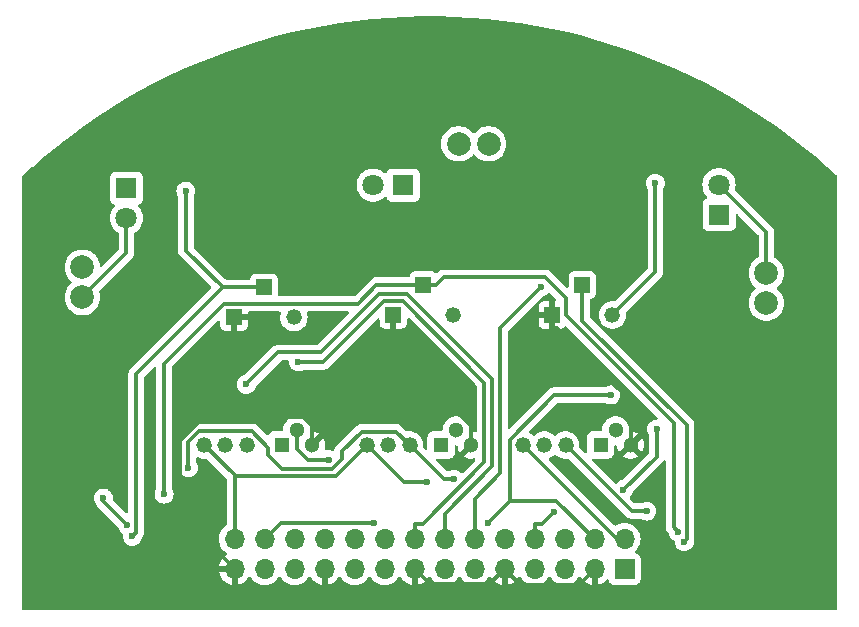
<source format=gbr>
%TF.GenerationSoftware,KiCad,Pcbnew,8.0.0*%
%TF.CreationDate,2024-04-15T10:16:16+02:00*%
%TF.ProjectId,Project 3,50726f6a-6563-4742-9033-2e6b69636164,rev?*%
%TF.SameCoordinates,Original*%
%TF.FileFunction,Copper,L2,Bot*%
%TF.FilePolarity,Positive*%
%FSLAX46Y46*%
G04 Gerber Fmt 4.6, Leading zero omitted, Abs format (unit mm)*
G04 Created by KiCad (PCBNEW 8.0.0) date 2024-04-15 10:16:16*
%MOMM*%
%LPD*%
G01*
G04 APERTURE LIST*
%TA.AperFunction,ComponentPad*%
%ADD10R,1.300000X1.300000*%
%TD*%
%TA.AperFunction,ComponentPad*%
%ADD11C,1.300000*%
%TD*%
%TA.AperFunction,ComponentPad*%
%ADD12C,2.000000*%
%TD*%
%TA.AperFunction,ComponentPad*%
%ADD13C,1.320800*%
%TD*%
%TA.AperFunction,ComponentPad*%
%ADD14R,1.800000X1.800000*%
%TD*%
%TA.AperFunction,ComponentPad*%
%ADD15C,1.800000*%
%TD*%
%TA.AperFunction,ComponentPad*%
%ADD16R,1.320800X1.320800*%
%TD*%
%TA.AperFunction,ComponentPad*%
%ADD17R,1.700000X1.700000*%
%TD*%
%TA.AperFunction,ComponentPad*%
%ADD18O,1.700000X1.700000*%
%TD*%
%TA.AperFunction,ViaPad*%
%ADD19C,0.600000*%
%TD*%
%TA.AperFunction,Conductor*%
%ADD20C,0.300000*%
%TD*%
G04 APERTURE END LIST*
D10*
%TO.P,Q5,1,C*%
%TO.N,Net-(Q5-C)*%
X88960000Y-72000000D03*
D11*
%TO.P,Q5,2,B*%
%TO.N,Net-(Q5-B)*%
X90240000Y-70730000D03*
%TO.P,Q5,3,E*%
%TO.N,GND*%
X91500000Y-72000000D03*
%TD*%
D12*
%TO.P,D4,1*%
%TO.N,Net-(JP3-A)*%
X106491800Y-46500000D03*
%TO.P,D4,2*%
%TO.N,Net-(D3-A)*%
X103951800Y-46500000D03*
%TD*%
D10*
%TO.P,Q1,1,C*%
%TO.N,Net-(Q1-C)*%
X115960000Y-72000000D03*
D11*
%TO.P,Q1,2,B*%
%TO.N,Net-(Q1-B)*%
X117240000Y-70730000D03*
%TO.P,Q1,3,E*%
%TO.N,GND*%
X118500000Y-72000000D03*
%TD*%
D12*
%TO.P,D6,1*%
%TO.N,Net-(JP5-A)*%
X72090900Y-56960000D03*
%TO.P,D6,2*%
%TO.N,Net-(D5-A)*%
X72090900Y-59500000D03*
%TD*%
D13*
%TO.P,Q7,B*%
%TO.N,Net-(Q7-PadB)*%
X111200000Y-72000000D03*
%TO.P,Q7,C*%
%TO.N,Net-(JP16-A)*%
X113000000Y-72000000D03*
%TO.P,Q7,E*%
%TO.N,3V3*%
X109400000Y-72000000D03*
%TD*%
%TO.P,Q2,B*%
%TO.N,Net-(Q2-PadB)*%
X98000000Y-72000000D03*
%TO.P,Q2,C*%
%TO.N,Net-(JP17-A)*%
X99800000Y-72000000D03*
%TO.P,Q2,E*%
%TO.N,3V3*%
X96200000Y-72000000D03*
%TD*%
D12*
%TO.P,D2,1*%
%TO.N,Net-(JP1-A)*%
X130000000Y-60000000D03*
%TO.P,D2,2*%
%TO.N,Net-(D1-A)*%
X130000000Y-57460000D03*
%TD*%
D14*
%TO.P,D1,1,K*%
%TO.N,Net-(D1-K)*%
X126000000Y-52500000D03*
D15*
%TO.P,D1,2,A*%
%TO.N,Net-(D1-A)*%
X126000000Y-49960000D03*
%TD*%
D14*
%TO.P,D5,1,K*%
%TO.N,Net-(D5-K)*%
X75825000Y-50250000D03*
D15*
%TO.P,D5,2,A*%
%TO.N,Net-(D5-A)*%
X75825000Y-52790000D03*
%TD*%
D13*
%TO.P,Q4,B*%
%TO.N,Net-(Q4-PadB)*%
X84200000Y-72000000D03*
%TO.P,Q4,C*%
%TO.N,Net-(JP18-A)*%
X86000000Y-72000000D03*
%TO.P,Q4,E*%
%TO.N,3V3*%
X82400000Y-72000000D03*
%TD*%
D14*
%TO.P,D3,1,K*%
%TO.N,Net-(D3-K)*%
X99250000Y-50000000D03*
D15*
%TO.P,D3,2,A*%
%TO.N,Net-(D3-A)*%
X96710000Y-50000000D03*
%TD*%
D13*
%TO.P,RV2,1,1*%
%TO.N,Net-(JP4-B)*%
X103500000Y-60987300D03*
D16*
%TO.P,RV2,2,2*%
%TO.N,V_SC*%
X100960000Y-58447300D03*
%TO.P,RV2,3,3*%
%TO.N,GND*%
X98420000Y-60987300D03*
%TD*%
D13*
%TO.P,RV3,1,1*%
%TO.N,Net-(JP6-B)*%
X90000000Y-61200000D03*
D16*
%TO.P,RV3,2,2*%
%TO.N,V_SR*%
X87460000Y-58660000D03*
%TO.P,RV3,3,3*%
%TO.N,GND*%
X84920000Y-61200000D03*
%TD*%
D10*
%TO.P,Q3,1,C*%
%TO.N,Net-(Q3-C)*%
X102460000Y-72000000D03*
D11*
%TO.P,Q3,2,B*%
%TO.N,Net-(Q3-B)*%
X103740000Y-70730000D03*
%TO.P,Q3,3,E*%
%TO.N,GND*%
X105000000Y-72000000D03*
%TD*%
D13*
%TO.P,RV1,1,1*%
%TO.N,Net-(JP2-B)*%
X116968500Y-61000000D03*
D16*
%TO.P,RV1,2,2*%
%TO.N,V_SL*%
X114428500Y-58460000D03*
%TO.P,RV1,3,3*%
%TO.N,GND*%
X111888500Y-61000000D03*
%TD*%
D17*
%TO.P,J1,1,Pin_1*%
%TO.N,PC2*%
X118000000Y-82500000D03*
D18*
%TO.P,J1,2,Pin_2*%
%TO.N,3V3*%
X118000000Y-79960000D03*
%TO.P,J1,3,Pin_3*%
%TO.N,GND*%
X115460000Y-82500000D03*
%TO.P,J1,4,Pin_4*%
%TO.N,BATT*%
X115460000Y-79960000D03*
%TO.P,J1,5,Pin_5*%
%TO.N,PA3*%
X112920000Y-82500000D03*
%TO.P,J1,6,Pin_6*%
%TO.N,PE1*%
X112920000Y-79960000D03*
%TO.P,J1,7,Pin_7*%
%TO.N,PA4*%
X110380000Y-82500000D03*
%TO.P,J1,8,Pin_8*%
%TO.N,PE15*%
X110380000Y-79960000D03*
%TO.P,J1,9,Pin_9*%
%TO.N,GND*%
X107840000Y-82500000D03*
%TO.P,J1,10,Pin_10*%
%TO.N,PE14*%
X107840000Y-79960000D03*
%TO.P,J1,11,Pin_11*%
%TO.N,PA5*%
X105300000Y-82500000D03*
%TO.P,J1,12,Pin_12*%
%TO.N,PE13*%
X105300000Y-79960000D03*
%TO.P,J1,13,Pin_13*%
%TO.N,PA6*%
X102760000Y-82500000D03*
%TO.P,J1,14,Pin_14*%
%TO.N,PE12*%
X102760000Y-79960000D03*
%TO.P,J1,15,Pin_15*%
%TO.N,GND*%
X100220000Y-82500000D03*
%TO.P,J1,16,Pin_16*%
%TO.N,PE11*%
X100220000Y-79960000D03*
%TO.P,J1,17,Pin_17*%
%TO.N,PA7*%
X97680000Y-82500000D03*
%TO.P,J1,18,Pin_18*%
%TO.N,PE10*%
X97680000Y-79960000D03*
%TO.P,J1,19,Pin_19*%
%TO.N,PC4*%
X95140000Y-82500000D03*
%TO.P,J1,20,Pin_20*%
%TO.N,PE9*%
X95140000Y-79960000D03*
%TO.P,J1,21,Pin_21*%
%TO.N,GND*%
X92600000Y-82500000D03*
%TO.P,J1,22,Pin_22*%
%TO.N,PE8*%
X92600000Y-79960000D03*
%TO.P,J1,23,Pin_23*%
%TO.N,PC5*%
X90060000Y-82500000D03*
%TO.P,J1,24,Pin_24*%
%TO.N,PB11*%
X90060000Y-79960000D03*
%TO.P,J1,25,Pin_25*%
%TO.N,AB0*%
X87520000Y-82500000D03*
%TO.P,J1,26,Pin_26*%
%TO.N,BATT*%
X87520000Y-79960000D03*
%TO.P,J1,27,Pin_27*%
%TO.N,GND*%
X84980000Y-82500000D03*
%TO.P,J1,28,Pin_28*%
%TO.N,3V3*%
X84980000Y-79960000D03*
%TD*%
D19*
%TO.N,PE15*%
X117906000Y-75790600D03*
X120707800Y-70670300D03*
X111998100Y-77677500D03*
%TO.N,PE13*%
X110960400Y-58589300D03*
%TO.N,PE11*%
X90381300Y-64965800D03*
%TO.N,3V3*%
X101250000Y-75134800D03*
%TO.N,BATT*%
X96763200Y-78584900D03*
X106403800Y-78584900D03*
X116827700Y-67768000D03*
%TO.N,GND*%
X82892600Y-77162900D03*
%TO.N,PE12*%
X85972500Y-66875500D03*
%TO.N,PE10*%
X73869600Y-76494300D03*
X75877100Y-78777500D03*
%TO.N,V_SL*%
X123054700Y-80207800D03*
%TO.N,Net-(JP2-B)*%
X120605100Y-49850000D03*
%TO.N,Net-(Q5-B)*%
X92930700Y-73255100D03*
%TO.N,V_SC*%
X122508300Y-79336400D03*
X79008000Y-76161400D03*
%TO.N,V_SR*%
X76312500Y-79738300D03*
X80851700Y-50502400D03*
%TO.N,Net-(JP16-A)*%
X119885600Y-77601700D03*
%TO.N,Net-(JP17-A)*%
X103581000Y-74899600D03*
X81071000Y-73935000D03*
%TD*%
D20*
%TO.N,PE15*%
X111017300Y-78658300D02*
X111998100Y-77677500D01*
X120707800Y-72988800D02*
X120707800Y-70670300D01*
X117906000Y-75790600D02*
X120707800Y-72988800D01*
X110380000Y-79960000D02*
X110380000Y-78658300D01*
X110380000Y-78658300D02*
X111017300Y-78658300D01*
%TO.N,PE13*%
X107452100Y-74390500D02*
X107452100Y-62097600D01*
X107452100Y-62097600D02*
X110960400Y-58589300D01*
X105300000Y-78658300D02*
X105300000Y-76542600D01*
X105300000Y-76542600D02*
X107452100Y-74390500D01*
X105300000Y-79960000D02*
X105300000Y-78658300D01*
%TO.N,PE11*%
X100220000Y-79960000D02*
X100220000Y-78658300D01*
X100940900Y-78658300D02*
X100220000Y-78658300D01*
X92470500Y-64965800D02*
X97604100Y-59832200D01*
X97604100Y-59832200D02*
X99250200Y-59832200D01*
X106136600Y-73462600D02*
X100940900Y-78658300D01*
X99250200Y-59832200D02*
X106136600Y-66718600D01*
X90381300Y-64965800D02*
X92470500Y-64965800D01*
X106136600Y-66718600D02*
X106136600Y-73462600D01*
%TO.N,3V3*%
X96200000Y-72000000D02*
X99334800Y-75134800D01*
X93546200Y-74653800D02*
X96200000Y-72000000D01*
X99334800Y-75134800D02*
X101250000Y-75134800D01*
X84980000Y-79960000D02*
X84980000Y-74653800D01*
X117360000Y-79960000D02*
X118000000Y-79960000D01*
X109400000Y-72000000D02*
X117360000Y-79960000D01*
X84980000Y-74653800D02*
X93546200Y-74653800D01*
X84980000Y-74580000D02*
X82400000Y-72000000D01*
X84980000Y-74653800D02*
X84980000Y-74580000D01*
%TO.N,BATT*%
X108279400Y-76709300D02*
X106403800Y-78584900D01*
X115460000Y-79960000D02*
X112209300Y-76709300D01*
X108279400Y-76709300D02*
X108279400Y-71540100D01*
X112051500Y-67768000D02*
X116827700Y-67768000D01*
X87520000Y-79960000D02*
X88895100Y-78584900D01*
X88895100Y-78584900D02*
X96763200Y-78584900D01*
X108279400Y-71540100D02*
X112051500Y-67768000D01*
X112209300Y-76709300D02*
X108279400Y-76709300D01*
%TO.N,GND*%
X111888500Y-62112100D02*
X112293800Y-62112100D01*
X80319300Y-71625300D02*
X80319300Y-74589600D01*
X98420000Y-60987300D02*
X98420000Y-62099400D01*
X98420000Y-64873100D02*
X98420000Y-62099400D01*
X105000000Y-70401400D02*
X99471700Y-64873100D01*
X84617900Y-67326700D02*
X80319300Y-71625300D01*
X99471700Y-64873100D02*
X98420000Y-64873100D01*
X114126100Y-83833900D02*
X115460000Y-82500000D01*
X112293800Y-62112100D02*
X118500000Y-68318300D01*
X82892600Y-80412600D02*
X82892600Y-77162900D01*
X84920000Y-67326700D02*
X84617900Y-67326700D01*
X84980000Y-82500000D02*
X82892600Y-80412600D01*
X105000000Y-72000000D02*
X105000000Y-70401400D01*
X107840000Y-82500000D02*
X109173900Y-83833900D01*
X106538300Y-83801700D02*
X107840000Y-82500000D01*
X100220000Y-82500000D02*
X101521700Y-83801700D01*
X84920000Y-67326700D02*
X87221600Y-69628300D01*
X111888500Y-61000000D02*
X111888500Y-62112100D01*
X90769600Y-69628300D02*
X91500000Y-70358700D01*
X109173900Y-83833900D02*
X114126100Y-83833900D01*
X84920000Y-61200000D02*
X84920000Y-62312100D01*
X80319300Y-74589600D02*
X82892600Y-77162900D01*
X84920000Y-62312100D02*
X84920000Y-67326700D01*
X92934400Y-70358700D02*
X91500000Y-70358700D01*
X118500000Y-68318300D02*
X118500000Y-72000000D01*
X87221600Y-69628300D02*
X90769600Y-69628300D01*
X91500000Y-70358700D02*
X91500000Y-72000000D01*
X101521700Y-83801700D02*
X106538300Y-83801700D01*
X98420000Y-64873100D02*
X92934400Y-70358700D01*
%TO.N,PE12*%
X106776400Y-66451100D02*
X106776400Y-73791000D01*
X99540300Y-59215000D02*
X106776400Y-66451100D01*
X102760000Y-77807400D02*
X102760000Y-78658300D01*
X85972500Y-66875500D02*
X88678700Y-64169300D01*
X92291300Y-64169300D02*
X97245600Y-59215000D01*
X97245600Y-59215000D02*
X99540300Y-59215000D01*
X102760000Y-79960000D02*
X102760000Y-78658300D01*
X88678700Y-64169300D02*
X92291300Y-64169300D01*
X106776400Y-73791000D02*
X102760000Y-77807400D01*
%TO.N,PE10*%
X73869600Y-76770000D02*
X75877100Y-78777500D01*
X73869600Y-76494300D02*
X73869600Y-76770000D01*
%TO.N,V_SL*%
X123054700Y-80207800D02*
X123260000Y-80002500D01*
X123260000Y-70321100D02*
X114428500Y-61489600D01*
X123260000Y-80002500D02*
X123260000Y-70321100D01*
X114428500Y-61489600D02*
X114428500Y-58460000D01*
%TO.N,Net-(JP2-B)*%
X116968500Y-61000000D02*
X120605100Y-57363400D01*
X120605100Y-57363400D02*
X120605100Y-49850000D01*
%TO.N,Net-(Q5-B)*%
X90240000Y-72319400D02*
X91175700Y-73255100D01*
X91175700Y-73255100D02*
X92930700Y-73255100D01*
X90240000Y-70730000D02*
X90240000Y-72319400D01*
%TO.N,V_SC*%
X122508300Y-79336400D02*
X122143600Y-78971700D01*
X122143500Y-78971700D02*
X122143500Y-70123700D01*
X111250800Y-57801200D02*
X102718200Y-57801200D01*
X79008000Y-76161400D02*
X79008000Y-65121000D01*
X113043600Y-59594000D02*
X111250800Y-57801200D01*
X122143600Y-78971700D02*
X122143500Y-78971700D01*
X95395000Y-60044900D02*
X96992600Y-58447300D01*
X79008000Y-65121000D02*
X84084100Y-60044900D01*
X84084100Y-60044900D02*
X95395000Y-60044900D01*
X102718200Y-57801200D02*
X102072100Y-58447300D01*
X96992600Y-58447300D02*
X100960000Y-58447300D01*
X113043600Y-61023800D02*
X113043600Y-59594000D01*
X100960000Y-58447300D02*
X102072100Y-58447300D01*
X122143500Y-70123700D02*
X113043600Y-61023800D01*
%TO.N,V_SR*%
X76628800Y-66000600D02*
X83969400Y-58660000D01*
X76312500Y-79738300D02*
X76628800Y-79422000D01*
X80851700Y-55542300D02*
X80851700Y-50502400D01*
X76628800Y-79422000D02*
X76628800Y-66000600D01*
X83969400Y-58660000D02*
X87460000Y-58660000D01*
X83969400Y-58660000D02*
X80851700Y-55542300D01*
%TO.N,Net-(D1-A)*%
X130000000Y-53960000D02*
X130000000Y-57460000D01*
X126000000Y-49960000D02*
X130000000Y-53960000D01*
%TO.N,Net-(D5-A)*%
X75825000Y-52790000D02*
X75825000Y-55765900D01*
X75825000Y-55765900D02*
X72090900Y-59500000D01*
%TO.N,Net-(JP16-A)*%
X113000000Y-72000000D02*
X118601700Y-77601700D01*
X118601700Y-77601700D02*
X119885600Y-77601700D01*
%TO.N,Net-(JP17-A)*%
X93242900Y-74011300D02*
X94055400Y-73198800D01*
X89024700Y-74011300D02*
X93242900Y-74011300D01*
X87845300Y-72219900D02*
X87845300Y-72831900D01*
X94055400Y-73198800D02*
X94055400Y-72544000D01*
X95728000Y-70871400D02*
X98671400Y-70871400D01*
X87845300Y-72831900D02*
X89024700Y-74011300D01*
X81957100Y-70855400D02*
X86480800Y-70855400D01*
X102699600Y-74899600D02*
X103581000Y-74899600D01*
X99800000Y-72000000D02*
X102699600Y-74899600D01*
X81071000Y-73935000D02*
X81071000Y-71741500D01*
X81071000Y-71741500D02*
X81957100Y-70855400D01*
X94055400Y-72544000D02*
X95728000Y-70871400D01*
X98671400Y-70871400D02*
X99800000Y-72000000D01*
X86480800Y-70855400D02*
X87845300Y-72219900D01*
%TD*%
%TA.AperFunction,Conductor*%
%TO.N,GND*%
G36*
X111649050Y-59135242D02*
G01*
X111693397Y-59163743D01*
X112166196Y-59636542D01*
X112199681Y-59697865D01*
X112194697Y-59767557D01*
X112166196Y-59811904D01*
X112138500Y-59839600D01*
X112138500Y-60675263D01*
X112138036Y-60674799D01*
X112045365Y-60621295D01*
X111942004Y-60593600D01*
X111834996Y-60593600D01*
X111731635Y-60621295D01*
X111638964Y-60674799D01*
X111638500Y-60675263D01*
X111638500Y-59839600D01*
X111180255Y-59839600D01*
X111120727Y-59846001D01*
X111120720Y-59846003D01*
X110986013Y-59896245D01*
X110986006Y-59896249D01*
X110870912Y-59982409D01*
X110870909Y-59982412D01*
X110784749Y-60097506D01*
X110784745Y-60097513D01*
X110734503Y-60232220D01*
X110734501Y-60232227D01*
X110728100Y-60291755D01*
X110728100Y-60750000D01*
X111563763Y-60750000D01*
X111563299Y-60750464D01*
X111509795Y-60843135D01*
X111482100Y-60946496D01*
X111482100Y-61053504D01*
X111509795Y-61156865D01*
X111563299Y-61249536D01*
X111563763Y-61250000D01*
X110728100Y-61250000D01*
X110728100Y-61708244D01*
X110734501Y-61767772D01*
X110734503Y-61767779D01*
X110784745Y-61902486D01*
X110784749Y-61902493D01*
X110870909Y-62017587D01*
X110870912Y-62017590D01*
X110986006Y-62103750D01*
X110986013Y-62103754D01*
X111120720Y-62153996D01*
X111120727Y-62153998D01*
X111180255Y-62160399D01*
X111180272Y-62160400D01*
X111638500Y-62160400D01*
X111638500Y-61324737D01*
X111638964Y-61325201D01*
X111731635Y-61378705D01*
X111834996Y-61406400D01*
X111942004Y-61406400D01*
X112045365Y-61378705D01*
X112138036Y-61325201D01*
X112138500Y-61324737D01*
X112138500Y-62160400D01*
X112596728Y-62160400D01*
X112596744Y-62160399D01*
X112656272Y-62153998D01*
X112656279Y-62153996D01*
X112790986Y-62103754D01*
X112790993Y-62103750D01*
X112906087Y-62017590D01*
X112910812Y-62011279D01*
X112966745Y-61969407D01*
X113036436Y-61964421D01*
X113097757Y-61997903D01*
X113097761Y-61997907D01*
X120756513Y-69656659D01*
X120789998Y-69717982D01*
X120785014Y-69787674D01*
X120743142Y-69843607D01*
X120682716Y-69867560D01*
X120528549Y-69884930D01*
X120528545Y-69884931D01*
X120358276Y-69944511D01*
X120205537Y-70040484D01*
X120077984Y-70168037D01*
X119982011Y-70320776D01*
X119922431Y-70491045D01*
X119922430Y-70491050D01*
X119902235Y-70670296D01*
X119902235Y-70670303D01*
X119922430Y-70849549D01*
X119922431Y-70849554D01*
X119982011Y-71019824D01*
X120038293Y-71109394D01*
X120057300Y-71175367D01*
X120057300Y-72667991D01*
X120037615Y-72735030D01*
X120020981Y-72755672D01*
X117807775Y-74968877D01*
X117746452Y-75002362D01*
X117733988Y-75004415D01*
X117726752Y-75005230D01*
X117726744Y-75005232D01*
X117556478Y-75064810D01*
X117403737Y-75160784D01*
X117403736Y-75160785D01*
X117329913Y-75234607D01*
X117268590Y-75268092D01*
X117198898Y-75263106D01*
X117154552Y-75234606D01*
X115282126Y-73362180D01*
X115248641Y-73300857D01*
X115253625Y-73231165D01*
X115295497Y-73175232D01*
X115360961Y-73150815D01*
X115369781Y-73150499D01*
X116657872Y-73150499D01*
X116717483Y-73144091D01*
X116852331Y-73093796D01*
X116967546Y-73007546D01*
X117053796Y-72892331D01*
X117104091Y-72757483D01*
X117110500Y-72697873D01*
X117110499Y-72150622D01*
X117130183Y-72083585D01*
X117182987Y-72037830D01*
X117252146Y-72027886D01*
X117315702Y-72056911D01*
X117353476Y-72115689D01*
X117357970Y-72139182D01*
X117364738Y-72212216D01*
X117364738Y-72212219D01*
X117423058Y-72417196D01*
X117423064Y-72417211D01*
X117518061Y-72607991D01*
X117518064Y-72607996D01*
X117526836Y-72619610D01*
X118125000Y-72021446D01*
X118125000Y-72049370D01*
X118150556Y-72144745D01*
X118199925Y-72230255D01*
X118269745Y-72300075D01*
X118355255Y-72349444D01*
X118450630Y-72375000D01*
X118478553Y-72375000D01*
X117882991Y-72970559D01*
X117985204Y-73033847D01*
X117985208Y-73033849D01*
X118183936Y-73110836D01*
X118183941Y-73110837D01*
X118393439Y-73150000D01*
X118606561Y-73150000D01*
X118816058Y-73110837D01*
X118816063Y-73110836D01*
X119014791Y-73033849D01*
X119014798Y-73033846D01*
X119117006Y-72970560D01*
X119117006Y-72970559D01*
X118521448Y-72375000D01*
X118549370Y-72375000D01*
X118644745Y-72349444D01*
X118730255Y-72300075D01*
X118800075Y-72230255D01*
X118849444Y-72144745D01*
X118875000Y-72049370D01*
X118875000Y-72021447D01*
X119473162Y-72619609D01*
X119473163Y-72619609D01*
X119481940Y-72607988D01*
X119481942Y-72607985D01*
X119576933Y-72417216D01*
X119576941Y-72417196D01*
X119635261Y-72212219D01*
X119635262Y-72212216D01*
X119654927Y-72000000D01*
X119654927Y-71999999D01*
X119635262Y-71787783D01*
X119635261Y-71787780D01*
X119576941Y-71582803D01*
X119576933Y-71582783D01*
X119481942Y-71392014D01*
X119481937Y-71392006D01*
X119473163Y-71380389D01*
X119473162Y-71380389D01*
X118875000Y-71978551D01*
X118875000Y-71950630D01*
X118849444Y-71855255D01*
X118800075Y-71769745D01*
X118730255Y-71699925D01*
X118644745Y-71650556D01*
X118549370Y-71625000D01*
X118521446Y-71625000D01*
X119117007Y-71029439D01*
X119014793Y-70966151D01*
X119014789Y-70966149D01*
X118816063Y-70889163D01*
X118816058Y-70889162D01*
X118606561Y-70850000D01*
X118519429Y-70850000D01*
X118452390Y-70830315D01*
X118406635Y-70777511D01*
X118397509Y-70735564D01*
X118395958Y-70735708D01*
X118380779Y-70571901D01*
X118375756Y-70517690D01*
X118317405Y-70312611D01*
X118317403Y-70312606D01*
X118317403Y-70312605D01*
X118222367Y-70121746D01*
X118093872Y-69951593D01*
X118044326Y-69906426D01*
X117936302Y-69807948D01*
X117755019Y-69695702D01*
X117755017Y-69695701D01*
X117654237Y-69656659D01*
X117556198Y-69618679D01*
X117346610Y-69579500D01*
X117133390Y-69579500D01*
X116923802Y-69618679D01*
X116923799Y-69618679D01*
X116923799Y-69618680D01*
X116724982Y-69695701D01*
X116724980Y-69695702D01*
X116543699Y-69807947D01*
X116386127Y-69951593D01*
X116257632Y-70121746D01*
X116162596Y-70312605D01*
X116162596Y-70312607D01*
X116104244Y-70517689D01*
X116084042Y-70735708D01*
X116081638Y-70735485D01*
X116064886Y-70792539D01*
X116012082Y-70838294D01*
X115960571Y-70849500D01*
X115262129Y-70849500D01*
X115262123Y-70849501D01*
X115202516Y-70855908D01*
X115067671Y-70906202D01*
X115067664Y-70906206D01*
X114952455Y-70992452D01*
X114952452Y-70992455D01*
X114866206Y-71107664D01*
X114866202Y-71107671D01*
X114815908Y-71242517D01*
X114809501Y-71302116D01*
X114809500Y-71302135D01*
X114809500Y-72590192D01*
X114789815Y-72657231D01*
X114737011Y-72702986D01*
X114667853Y-72712930D01*
X114604297Y-72683905D01*
X114597819Y-72677873D01*
X114186178Y-72266232D01*
X114152693Y-72204909D01*
X114150388Y-72167110D01*
X114152461Y-72144745D01*
X114165873Y-72000000D01*
X114146022Y-71785771D01*
X114087144Y-71578838D01*
X114073661Y-71551761D01*
X113991248Y-71386253D01*
X113991247Y-71386252D01*
X113991245Y-71386247D01*
X113861591Y-71214556D01*
X113861587Y-71214552D01*
X113861585Y-71214550D01*
X113702597Y-71069614D01*
X113622183Y-71019824D01*
X113519674Y-70956353D01*
X113319056Y-70878633D01*
X113107573Y-70839100D01*
X112892427Y-70839100D01*
X112680944Y-70878633D01*
X112554075Y-70927782D01*
X112480328Y-70956352D01*
X112480327Y-70956352D01*
X112297406Y-71069612D01*
X112297405Y-71069613D01*
X112209432Y-71149811D01*
X112183538Y-71173416D01*
X112120734Y-71204032D01*
X112051346Y-71195834D01*
X112016462Y-71173416D01*
X112006573Y-71164401D01*
X111902595Y-71069613D01*
X111719674Y-70956353D01*
X111519056Y-70878633D01*
X111307573Y-70839100D01*
X111092427Y-70839100D01*
X110880944Y-70878633D01*
X110754075Y-70927782D01*
X110680328Y-70956352D01*
X110680327Y-70956352D01*
X110497406Y-71069612D01*
X110497405Y-71069613D01*
X110409432Y-71149811D01*
X110383538Y-71173416D01*
X110320734Y-71204032D01*
X110251346Y-71195834D01*
X110216462Y-71173416D01*
X110206573Y-71164401D01*
X110102595Y-71069613D01*
X109968420Y-70986535D01*
X109921785Y-70934507D01*
X109910681Y-70865525D01*
X109938634Y-70801491D01*
X109946005Y-70793439D01*
X112284627Y-68454819D01*
X112345950Y-68421334D01*
X112372308Y-68418500D01*
X116322632Y-68418500D01*
X116388604Y-68437506D01*
X116478177Y-68493789D01*
X116478181Y-68493790D01*
X116648437Y-68553366D01*
X116648443Y-68553367D01*
X116648445Y-68553368D01*
X116648446Y-68553368D01*
X116648450Y-68553369D01*
X116827696Y-68573565D01*
X116827700Y-68573565D01*
X116827704Y-68573565D01*
X117006949Y-68553369D01*
X117006952Y-68553368D01*
X117006955Y-68553368D01*
X117177222Y-68493789D01*
X117329962Y-68397816D01*
X117457516Y-68270262D01*
X117553489Y-68117522D01*
X117613068Y-67947255D01*
X117633265Y-67768000D01*
X117621194Y-67660869D01*
X117613069Y-67588750D01*
X117613068Y-67588745D01*
X117583875Y-67505316D01*
X117553489Y-67418478D01*
X117527905Y-67377762D01*
X117457515Y-67265737D01*
X117329962Y-67138184D01*
X117177223Y-67042211D01*
X117006954Y-66982631D01*
X117006949Y-66982630D01*
X116827704Y-66962435D01*
X116827696Y-66962435D01*
X116648450Y-66982630D01*
X116648437Y-66982633D01*
X116478181Y-67042209D01*
X116478177Y-67042210D01*
X116388604Y-67098494D01*
X116322632Y-67117500D01*
X111987429Y-67117500D01*
X111861761Y-67142497D01*
X111861755Y-67142499D01*
X111743374Y-67191534D01*
X111636826Y-67262726D01*
X111636825Y-67262727D01*
X108314281Y-70585272D01*
X108252958Y-70618757D01*
X108183266Y-70613773D01*
X108127333Y-70571901D01*
X108102916Y-70506437D01*
X108102600Y-70497591D01*
X108102600Y-62418407D01*
X108122285Y-62351368D01*
X108138914Y-62330731D01*
X111058624Y-59411020D01*
X111119945Y-59377537D01*
X111132419Y-59375483D01*
X111139655Y-59374668D01*
X111309922Y-59315089D01*
X111462662Y-59219116D01*
X111518035Y-59163743D01*
X111579358Y-59130258D01*
X111649050Y-59135242D01*
G37*
%TD.AperFunction*%
%TA.AperFunction,Conductor*%
G36*
X104625000Y-72049370D02*
G01*
X104650556Y-72144745D01*
X104699925Y-72230255D01*
X104769745Y-72300075D01*
X104855255Y-72349444D01*
X104950630Y-72375000D01*
X104978551Y-72375000D01*
X104382991Y-72970559D01*
X104485204Y-73033847D01*
X104485208Y-73033849D01*
X104683936Y-73110836D01*
X104683941Y-73110837D01*
X104893439Y-73150000D01*
X105106562Y-73150000D01*
X105106567Y-73149999D01*
X105232818Y-73126398D01*
X105302333Y-73133428D01*
X105357012Y-73176925D01*
X105379495Y-73243078D01*
X105362643Y-73310885D01*
X105343285Y-73335967D01*
X104334046Y-74345206D01*
X104272723Y-74378691D01*
X104203031Y-74373707D01*
X104158684Y-74345206D01*
X104083262Y-74269784D01*
X103930523Y-74173811D01*
X103760254Y-74114231D01*
X103760249Y-74114230D01*
X103581004Y-74094035D01*
X103580996Y-74094035D01*
X103401750Y-74114230D01*
X103401737Y-74114233D01*
X103231481Y-74173809D01*
X103231477Y-74173810D01*
X103141904Y-74230094D01*
X103075932Y-74249100D01*
X103020408Y-74249100D01*
X102953369Y-74229415D01*
X102932727Y-74212781D01*
X102082126Y-73362180D01*
X102048641Y-73300857D01*
X102053625Y-73231165D01*
X102095497Y-73175232D01*
X102160961Y-73150815D01*
X102169807Y-73150499D01*
X103157871Y-73150499D01*
X103157872Y-73150499D01*
X103217483Y-73144091D01*
X103352331Y-73093796D01*
X103467546Y-73007546D01*
X103553796Y-72892331D01*
X103604091Y-72757483D01*
X103610500Y-72697873D01*
X103610499Y-72150622D01*
X103630183Y-72083585D01*
X103682987Y-72037830D01*
X103752146Y-72027886D01*
X103815702Y-72056911D01*
X103853476Y-72115689D01*
X103857970Y-72139182D01*
X103864738Y-72212216D01*
X103864738Y-72212219D01*
X103923058Y-72417196D01*
X103923064Y-72417211D01*
X104018061Y-72607991D01*
X104018064Y-72607996D01*
X104026836Y-72619610D01*
X104625000Y-72021446D01*
X104625000Y-72049370D01*
G37*
%TD.AperFunction*%
%TA.AperFunction,Conductor*%
G36*
X102195182Y-35709569D02*
G01*
X103578306Y-35747347D01*
X103581673Y-35747485D01*
X104963261Y-35823013D01*
X104966551Y-35823238D01*
X106345580Y-35936460D01*
X106348916Y-35936780D01*
X107721177Y-36087265D01*
X107724297Y-36087608D01*
X107727658Y-36088023D01*
X109098420Y-36276348D01*
X109101757Y-36276854D01*
X110466840Y-36502531D01*
X110470085Y-36503112D01*
X111828605Y-36765997D01*
X111831879Y-36766677D01*
X113182645Y-37066540D01*
X113185888Y-37067307D01*
X114527967Y-37403938D01*
X114531155Y-37404783D01*
X115863614Y-37777954D01*
X115866785Y-37778889D01*
X117188501Y-38188282D01*
X117191681Y-38189315D01*
X118501725Y-38634641D01*
X118504824Y-38635742D01*
X119802252Y-39116682D01*
X119805330Y-39117871D01*
X121089148Y-39634059D01*
X121092204Y-39635336D01*
X122361438Y-40186378D01*
X122364461Y-40187740D01*
X123618111Y-40773200D01*
X123621159Y-40774674D01*
X124858353Y-41394142D01*
X124861360Y-41395699D01*
X126081247Y-42048752D01*
X126084136Y-42050350D01*
X127285668Y-42736425D01*
X127288586Y-42738144D01*
X128470953Y-43456780D01*
X128473822Y-43458578D01*
X129636093Y-44209204D01*
X129638897Y-44211069D01*
X130780340Y-44993218D01*
X130783038Y-44995122D01*
X131868613Y-45783393D01*
X131902636Y-45808098D01*
X131905349Y-45810125D01*
X133002322Y-46653359D01*
X133004978Y-46655459D01*
X133118578Y-46747824D01*
X134078534Y-47528340D01*
X134081113Y-47530497D01*
X135130408Y-48432340D01*
X135132918Y-48434556D01*
X135906282Y-49136852D01*
X135958862Y-49184600D01*
X135995258Y-49244242D01*
X135999500Y-49276398D01*
X135999500Y-85875500D01*
X135979815Y-85942539D01*
X135927011Y-85988294D01*
X135875500Y-85999500D01*
X67124500Y-85999500D01*
X67057461Y-85979815D01*
X67011706Y-85927011D01*
X67000500Y-85875500D01*
X67000500Y-76494303D01*
X73064035Y-76494303D01*
X73084230Y-76673549D01*
X73084231Y-76673554D01*
X73143811Y-76843823D01*
X73239784Y-76996562D01*
X73255742Y-77012520D01*
X73282621Y-77052747D01*
X73293132Y-77078122D01*
X73293134Y-77078125D01*
X73293135Y-77078127D01*
X73332611Y-77137208D01*
X73364326Y-77184673D01*
X73364327Y-77184674D01*
X75055377Y-78875723D01*
X75088862Y-78937046D01*
X75090915Y-78949512D01*
X75091730Y-78956746D01*
X75091732Y-78956755D01*
X75151310Y-79127021D01*
X75151311Y-79127022D01*
X75247284Y-79279762D01*
X75374838Y-79407316D01*
X75467056Y-79465261D01*
X75513347Y-79517595D01*
X75524304Y-79584137D01*
X75506935Y-79738296D01*
X75506935Y-79738303D01*
X75527130Y-79917549D01*
X75527131Y-79917554D01*
X75586711Y-80087823D01*
X75639062Y-80171138D01*
X75682684Y-80240562D01*
X75810238Y-80368116D01*
X75962978Y-80464089D01*
X76133245Y-80523668D01*
X76133250Y-80523669D01*
X76312496Y-80543865D01*
X76312500Y-80543865D01*
X76312504Y-80543865D01*
X76491749Y-80523669D01*
X76491752Y-80523668D01*
X76491755Y-80523668D01*
X76662022Y-80464089D01*
X76814762Y-80368116D01*
X76942316Y-80240562D01*
X77038289Y-80087822D01*
X77097868Y-79917555D01*
X77098682Y-79910325D01*
X77125746Y-79845912D01*
X77133940Y-79836836D01*
X77134074Y-79836672D01*
X77134074Y-79836671D01*
X77134077Y-79836669D01*
X77205265Y-79730127D01*
X77230785Y-79668517D01*
X77254301Y-79611744D01*
X77273415Y-79515655D01*
X77279300Y-79486071D01*
X77279300Y-66321408D01*
X77298985Y-66254369D01*
X77315619Y-66233727D01*
X78145819Y-65403527D01*
X78207142Y-65370042D01*
X78276834Y-65375026D01*
X78332767Y-65416898D01*
X78357184Y-65482362D01*
X78357500Y-65491208D01*
X78357500Y-75656331D01*
X78338494Y-75722303D01*
X78282211Y-75811877D01*
X78282209Y-75811881D01*
X78222633Y-75982137D01*
X78222630Y-75982150D01*
X78202435Y-76161396D01*
X78202435Y-76161403D01*
X78222630Y-76340649D01*
X78222631Y-76340654D01*
X78282211Y-76510923D01*
X78362866Y-76639283D01*
X78378184Y-76663662D01*
X78505738Y-76791216D01*
X78596080Y-76847982D01*
X78640527Y-76875910D01*
X78658478Y-76887189D01*
X78787095Y-76932194D01*
X78828745Y-76946768D01*
X78828750Y-76946769D01*
X79007996Y-76966965D01*
X79008000Y-76966965D01*
X79008004Y-76966965D01*
X79187249Y-76946769D01*
X79187252Y-76946768D01*
X79187255Y-76946768D01*
X79357522Y-76887189D01*
X79510262Y-76791216D01*
X79637816Y-76663662D01*
X79733789Y-76510922D01*
X79793368Y-76340655D01*
X79813565Y-76161400D01*
X79811692Y-76144778D01*
X79793369Y-75982150D01*
X79793366Y-75982137D01*
X79733790Y-75811881D01*
X79733789Y-75811878D01*
X79706540Y-75768511D01*
X79677506Y-75722303D01*
X79658500Y-75656331D01*
X79658500Y-65441808D01*
X79678185Y-65374769D01*
X79694819Y-65354127D01*
X83547919Y-61501027D01*
X83609242Y-61467542D01*
X83678934Y-61472526D01*
X83734867Y-61514398D01*
X83759284Y-61579862D01*
X83759600Y-61588708D01*
X83759600Y-61908244D01*
X83766001Y-61967772D01*
X83766003Y-61967779D01*
X83816245Y-62102486D01*
X83816249Y-62102493D01*
X83902409Y-62217587D01*
X83902412Y-62217590D01*
X84017506Y-62303750D01*
X84017513Y-62303754D01*
X84152220Y-62353996D01*
X84152227Y-62353998D01*
X84211755Y-62360399D01*
X84211772Y-62360400D01*
X84670000Y-62360400D01*
X84670000Y-61524737D01*
X84670464Y-61525201D01*
X84763135Y-61578705D01*
X84866496Y-61606400D01*
X84973504Y-61606400D01*
X85076865Y-61578705D01*
X85169536Y-61525201D01*
X85170000Y-61524737D01*
X85170000Y-62360400D01*
X85628228Y-62360400D01*
X85628244Y-62360399D01*
X85687772Y-62353998D01*
X85687779Y-62353996D01*
X85822486Y-62303754D01*
X85822493Y-62303750D01*
X85937587Y-62217590D01*
X85937590Y-62217587D01*
X86023750Y-62102493D01*
X86023754Y-62102486D01*
X86073996Y-61967779D01*
X86073998Y-61967772D01*
X86080399Y-61908244D01*
X86080400Y-61908227D01*
X86080400Y-61450000D01*
X85244737Y-61450000D01*
X85245201Y-61449536D01*
X85298705Y-61356865D01*
X85326400Y-61253504D01*
X85326400Y-61146496D01*
X85298705Y-61043135D01*
X85245201Y-60950464D01*
X85244737Y-60950000D01*
X86080400Y-60950000D01*
X86080400Y-60819400D01*
X86100085Y-60752361D01*
X86152889Y-60706606D01*
X86204400Y-60695400D01*
X88772394Y-60695400D01*
X88839433Y-60715085D01*
X88885188Y-60767889D01*
X88895132Y-60837047D01*
X88891661Y-60853329D01*
X88884406Y-60878828D01*
X88853977Y-60985771D01*
X88834127Y-61199999D01*
X88834127Y-61200000D01*
X88853977Y-61414228D01*
X88912855Y-61621159D01*
X88912860Y-61621172D01*
X89008751Y-61813746D01*
X89008753Y-61813749D01*
X89008755Y-61813753D01*
X89138409Y-61985444D01*
X89138412Y-61985446D01*
X89138414Y-61985449D01*
X89297402Y-62130385D01*
X89297404Y-62130386D01*
X89297405Y-62130387D01*
X89480326Y-62243647D01*
X89680944Y-62321367D01*
X89892427Y-62360900D01*
X89892429Y-62360900D01*
X90107571Y-62360900D01*
X90107573Y-62360900D01*
X90319056Y-62321367D01*
X90519674Y-62243647D01*
X90702595Y-62130387D01*
X90861591Y-61985444D01*
X90991245Y-61813753D01*
X91087144Y-61621162D01*
X91146022Y-61414229D01*
X91165873Y-61200000D01*
X91165423Y-61195149D01*
X91146022Y-60985771D01*
X91128669Y-60924782D01*
X91108340Y-60853333D01*
X91108926Y-60783467D01*
X91147193Y-60725009D01*
X91210990Y-60696518D01*
X91227606Y-60695400D01*
X94545892Y-60695400D01*
X94612931Y-60715085D01*
X94658686Y-60767889D01*
X94668630Y-60837047D01*
X94639605Y-60900603D01*
X94633573Y-60907081D01*
X92058173Y-63482481D01*
X91996850Y-63515966D01*
X91970492Y-63518800D01*
X88614629Y-63518800D01*
X88488961Y-63543797D01*
X88488955Y-63543799D01*
X88370574Y-63592834D01*
X88264026Y-63664026D01*
X85874275Y-66053777D01*
X85812952Y-66087262D01*
X85800488Y-66089315D01*
X85793252Y-66090130D01*
X85793244Y-66090132D01*
X85622978Y-66149710D01*
X85470237Y-66245684D01*
X85342684Y-66373237D01*
X85246711Y-66525976D01*
X85187131Y-66696245D01*
X85187130Y-66696250D01*
X85166935Y-66875496D01*
X85166935Y-66875503D01*
X85187130Y-67054749D01*
X85187131Y-67054754D01*
X85246711Y-67225023D01*
X85342684Y-67377762D01*
X85470238Y-67505316D01*
X85622978Y-67601289D01*
X85793245Y-67660868D01*
X85793250Y-67660869D01*
X85972496Y-67681065D01*
X85972500Y-67681065D01*
X85972504Y-67681065D01*
X86151749Y-67660869D01*
X86151752Y-67660868D01*
X86151755Y-67660868D01*
X86322022Y-67601289D01*
X86474762Y-67505316D01*
X86602316Y-67377762D01*
X86698289Y-67225022D01*
X86757868Y-67054755D01*
X86758682Y-67047525D01*
X86785745Y-66983111D01*
X86794212Y-66973732D01*
X88911827Y-64856119D01*
X88973150Y-64822634D01*
X88999508Y-64819800D01*
X89453429Y-64819800D01*
X89520468Y-64839485D01*
X89566223Y-64892289D01*
X89576649Y-64957682D01*
X89575735Y-64965794D01*
X89575735Y-64965803D01*
X89595930Y-65145049D01*
X89595931Y-65145054D01*
X89655511Y-65315323D01*
X89751484Y-65468062D01*
X89879038Y-65595616D01*
X90031778Y-65691589D01*
X90202039Y-65751166D01*
X90202045Y-65751168D01*
X90202050Y-65751169D01*
X90381296Y-65771365D01*
X90381300Y-65771365D01*
X90381304Y-65771365D01*
X90560549Y-65751169D01*
X90560551Y-65751168D01*
X90560555Y-65751168D01*
X90560558Y-65751166D01*
X90560562Y-65751166D01*
X90650677Y-65719632D01*
X90730822Y-65691589D01*
X90820396Y-65635305D01*
X90886368Y-65616300D01*
X92534571Y-65616300D01*
X92619115Y-65599482D01*
X92660244Y-65591301D01*
X92778627Y-65542265D01*
X92788499Y-65535669D01*
X92885169Y-65471077D01*
X97047919Y-61308327D01*
X97109242Y-61274842D01*
X97178934Y-61279826D01*
X97234867Y-61321698D01*
X97259284Y-61387162D01*
X97259600Y-61396008D01*
X97259600Y-61695544D01*
X97266001Y-61755072D01*
X97266003Y-61755079D01*
X97316245Y-61889786D01*
X97316249Y-61889793D01*
X97402409Y-62004887D01*
X97402412Y-62004890D01*
X97517506Y-62091050D01*
X97517513Y-62091054D01*
X97652220Y-62141296D01*
X97652227Y-62141298D01*
X97711755Y-62147699D01*
X97711772Y-62147700D01*
X98170000Y-62147700D01*
X98170000Y-61312037D01*
X98170464Y-61312501D01*
X98263135Y-61366005D01*
X98366496Y-61393700D01*
X98473504Y-61393700D01*
X98576865Y-61366005D01*
X98669536Y-61312501D01*
X98670000Y-61312037D01*
X98670000Y-62147700D01*
X99128228Y-62147700D01*
X99128244Y-62147699D01*
X99187772Y-62141298D01*
X99187779Y-62141296D01*
X99322486Y-62091054D01*
X99322493Y-62091050D01*
X99437587Y-62004890D01*
X99437590Y-62004887D01*
X99523750Y-61889793D01*
X99523754Y-61889786D01*
X99573996Y-61755079D01*
X99573998Y-61755072D01*
X99580399Y-61695544D01*
X99580400Y-61695527D01*
X99580400Y-61381708D01*
X99600085Y-61314669D01*
X99652889Y-61268914D01*
X99722047Y-61258970D01*
X99785603Y-61287995D01*
X99792081Y-61294027D01*
X105449781Y-66951727D01*
X105483266Y-67013050D01*
X105486100Y-67039408D01*
X105486100Y-70774017D01*
X105466415Y-70841056D01*
X105413611Y-70886811D01*
X105344453Y-70896755D01*
X105317312Y-70889646D01*
X105316066Y-70889163D01*
X105106561Y-70850000D01*
X105019429Y-70850000D01*
X104952390Y-70830315D01*
X104906635Y-70777511D01*
X104897509Y-70735564D01*
X104895958Y-70735708D01*
X104880779Y-70571901D01*
X104875756Y-70517690D01*
X104817405Y-70312611D01*
X104817403Y-70312606D01*
X104817403Y-70312605D01*
X104722367Y-70121746D01*
X104593872Y-69951593D01*
X104544326Y-69906426D01*
X104436302Y-69807948D01*
X104255019Y-69695702D01*
X104255017Y-69695701D01*
X104154237Y-69656659D01*
X104056198Y-69618679D01*
X103846610Y-69579500D01*
X103633390Y-69579500D01*
X103423802Y-69618679D01*
X103423799Y-69618679D01*
X103423799Y-69618680D01*
X103224982Y-69695701D01*
X103224980Y-69695702D01*
X103043699Y-69807947D01*
X102886127Y-69951593D01*
X102757632Y-70121746D01*
X102662596Y-70312605D01*
X102662596Y-70312607D01*
X102604244Y-70517689D01*
X102584042Y-70735708D01*
X102581638Y-70735485D01*
X102564886Y-70792539D01*
X102512082Y-70838294D01*
X102460571Y-70849500D01*
X101762129Y-70849500D01*
X101762123Y-70849501D01*
X101702516Y-70855908D01*
X101567671Y-70906202D01*
X101567664Y-70906206D01*
X101452455Y-70992452D01*
X101452452Y-70992455D01*
X101366206Y-71107664D01*
X101366202Y-71107671D01*
X101315908Y-71242517D01*
X101309501Y-71302116D01*
X101309500Y-71302135D01*
X101309500Y-72290192D01*
X101289815Y-72357231D01*
X101237011Y-72402986D01*
X101167853Y-72412930D01*
X101104297Y-72383905D01*
X101097819Y-72377873D01*
X100986178Y-72266232D01*
X100952693Y-72204909D01*
X100950388Y-72167110D01*
X100952461Y-72144745D01*
X100965873Y-72000000D01*
X100946022Y-71785771D01*
X100887144Y-71578838D01*
X100873661Y-71551761D01*
X100791248Y-71386253D01*
X100791247Y-71386252D01*
X100791245Y-71386247D01*
X100661591Y-71214556D01*
X100661587Y-71214552D01*
X100661585Y-71214550D01*
X100502597Y-71069614D01*
X100422183Y-71019824D01*
X100319674Y-70956353D01*
X100119056Y-70878633D01*
X99907573Y-70839100D01*
X99692427Y-70839100D01*
X99692425Y-70839100D01*
X99644298Y-70848096D01*
X99574783Y-70841064D01*
X99533834Y-70813888D01*
X99086074Y-70366127D01*
X99086073Y-70366126D01*
X99086066Y-70366121D01*
X98979527Y-70294935D01*
X98940897Y-70278934D01*
X98861144Y-70245899D01*
X98861138Y-70245897D01*
X98735471Y-70220900D01*
X98735469Y-70220900D01*
X95663931Y-70220900D01*
X95663929Y-70220900D01*
X95538261Y-70245897D01*
X95538251Y-70245900D01*
X95489220Y-70266210D01*
X95419881Y-70294930D01*
X95419863Y-70294940D01*
X95313332Y-70366121D01*
X95313325Y-70366127D01*
X93550122Y-72129331D01*
X93550118Y-72129336D01*
X93509759Y-72189741D01*
X93509758Y-72189743D01*
X93494743Y-72212215D01*
X93478935Y-72235872D01*
X93478933Y-72235875D01*
X93429899Y-72354255D01*
X93429897Y-72354260D01*
X93415449Y-72426894D01*
X93383063Y-72488805D01*
X93322347Y-72523378D01*
X93252877Y-72519742D01*
X93109962Y-72469733D01*
X93109949Y-72469730D01*
X92930704Y-72449535D01*
X92930696Y-72449535D01*
X92744525Y-72470511D01*
X92744337Y-72468848D01*
X92683245Y-72465095D01*
X92626894Y-72423786D01*
X92601822Y-72358570D01*
X92606145Y-72314549D01*
X92635262Y-72212215D01*
X92654927Y-72000000D01*
X92654927Y-71999999D01*
X92635262Y-71787783D01*
X92635261Y-71787780D01*
X92576941Y-71582803D01*
X92576933Y-71582783D01*
X92481942Y-71392014D01*
X92481937Y-71392006D01*
X92473163Y-71380389D01*
X92473162Y-71380389D01*
X91875000Y-71978551D01*
X91875000Y-71950630D01*
X91849444Y-71855255D01*
X91800075Y-71769745D01*
X91730255Y-71699925D01*
X91644745Y-71650556D01*
X91549370Y-71625000D01*
X91521447Y-71625000D01*
X92117007Y-71029439D01*
X92014793Y-70966151D01*
X92014789Y-70966149D01*
X91816063Y-70889163D01*
X91816058Y-70889162D01*
X91606561Y-70850000D01*
X91519429Y-70850000D01*
X91452390Y-70830315D01*
X91406635Y-70777511D01*
X91397509Y-70735564D01*
X91395958Y-70735708D01*
X91380779Y-70571901D01*
X91375756Y-70517690D01*
X91317405Y-70312611D01*
X91317403Y-70312606D01*
X91317403Y-70312605D01*
X91222367Y-70121746D01*
X91093872Y-69951593D01*
X91044326Y-69906426D01*
X90936302Y-69807948D01*
X90755019Y-69695702D01*
X90755017Y-69695701D01*
X90654237Y-69656659D01*
X90556198Y-69618679D01*
X90346610Y-69579500D01*
X90133390Y-69579500D01*
X89923802Y-69618679D01*
X89923799Y-69618679D01*
X89923799Y-69618680D01*
X89724982Y-69695701D01*
X89724980Y-69695702D01*
X89543699Y-69807947D01*
X89386127Y-69951593D01*
X89257632Y-70121746D01*
X89162596Y-70312605D01*
X89162596Y-70312607D01*
X89104244Y-70517689D01*
X89084042Y-70735708D01*
X89081638Y-70735485D01*
X89064886Y-70792539D01*
X89012082Y-70838294D01*
X88960571Y-70849500D01*
X88262129Y-70849500D01*
X88262123Y-70849501D01*
X88202516Y-70855908D01*
X88067671Y-70906202D01*
X88067664Y-70906206D01*
X87952455Y-70992452D01*
X87952452Y-70992455D01*
X87860888Y-71114769D01*
X87857977Y-71112589D01*
X87820470Y-71149811D01*
X87752141Y-71164401D01*
X87686770Y-71139734D01*
X87673779Y-71128433D01*
X86895474Y-70350127D01*
X86895473Y-70350126D01*
X86895466Y-70350121D01*
X86788927Y-70278935D01*
X86758206Y-70266210D01*
X86670544Y-70229899D01*
X86670538Y-70229897D01*
X86544871Y-70204900D01*
X86544869Y-70204900D01*
X81893031Y-70204900D01*
X81893029Y-70204900D01*
X81767361Y-70229897D01*
X81767355Y-70229899D01*
X81728729Y-70245899D01*
X81728728Y-70245899D01*
X81648981Y-70278930D01*
X81648963Y-70278940D01*
X81542432Y-70350121D01*
X81542425Y-70350127D01*
X80565726Y-71326826D01*
X80495556Y-71431846D01*
X80495545Y-71431862D01*
X80494534Y-71433374D01*
X80445499Y-71551755D01*
X80445497Y-71551761D01*
X80420500Y-71677428D01*
X80420500Y-73429931D01*
X80401494Y-73495903D01*
X80345211Y-73585477D01*
X80345209Y-73585481D01*
X80285633Y-73755737D01*
X80285630Y-73755750D01*
X80265435Y-73934996D01*
X80265435Y-73935003D01*
X80285630Y-74114249D01*
X80285631Y-74114254D01*
X80345211Y-74284523D01*
X80404381Y-74378691D01*
X80441184Y-74437262D01*
X80568738Y-74564816D01*
X80721478Y-74660789D01*
X80891745Y-74720368D01*
X80891750Y-74720369D01*
X81070996Y-74740565D01*
X81071000Y-74740565D01*
X81071004Y-74740565D01*
X81250249Y-74720369D01*
X81250252Y-74720368D01*
X81250255Y-74720368D01*
X81420522Y-74660789D01*
X81573262Y-74564816D01*
X81700816Y-74437262D01*
X81796789Y-74284522D01*
X81856368Y-74114255D01*
X81856369Y-74114249D01*
X81876565Y-73935003D01*
X81876565Y-73934996D01*
X81856369Y-73755750D01*
X81856366Y-73755737D01*
X81796790Y-73585481D01*
X81796789Y-73585478D01*
X81775008Y-73550814D01*
X81740506Y-73495903D01*
X81721500Y-73429931D01*
X81721500Y-73163135D01*
X81741185Y-73096096D01*
X81793989Y-73050341D01*
X81863147Y-73040397D01*
X81890288Y-73047506D01*
X82080944Y-73121367D01*
X82292427Y-73160900D01*
X82292429Y-73160900D01*
X82507570Y-73160900D01*
X82507573Y-73160900D01*
X82555700Y-73151903D01*
X82625213Y-73158934D01*
X82666165Y-73186111D01*
X84293181Y-74813127D01*
X84326666Y-74874450D01*
X84329500Y-74900808D01*
X84329500Y-78702278D01*
X84309815Y-78769317D01*
X84276623Y-78803853D01*
X84108597Y-78921505D01*
X83941505Y-79088597D01*
X83805965Y-79282169D01*
X83805964Y-79282171D01*
X83706098Y-79496335D01*
X83706094Y-79496344D01*
X83644938Y-79724586D01*
X83644936Y-79724596D01*
X83624341Y-79959999D01*
X83624341Y-79960000D01*
X83644936Y-80195403D01*
X83644938Y-80195413D01*
X83706094Y-80423655D01*
X83706096Y-80423659D01*
X83706097Y-80423663D01*
X83768424Y-80557323D01*
X83805965Y-80637830D01*
X83805967Y-80637834D01*
X83856542Y-80710062D01*
X83941501Y-80831396D01*
X83941506Y-80831402D01*
X84108597Y-80998493D01*
X84108603Y-80998498D01*
X84131669Y-81014649D01*
X84275439Y-81115318D01*
X84294594Y-81128730D01*
X84338219Y-81183307D01*
X84345413Y-81252805D01*
X84313890Y-81315160D01*
X84294595Y-81331880D01*
X84108922Y-81461890D01*
X84108920Y-81461891D01*
X83941891Y-81628920D01*
X83941886Y-81628926D01*
X83806400Y-81822420D01*
X83806399Y-81822422D01*
X83706570Y-82036507D01*
X83706567Y-82036513D01*
X83649364Y-82249999D01*
X83649364Y-82250000D01*
X84546988Y-82250000D01*
X84514075Y-82307007D01*
X84480000Y-82434174D01*
X84480000Y-82565826D01*
X84514075Y-82692993D01*
X84546988Y-82750000D01*
X83649364Y-82750000D01*
X83706567Y-82963486D01*
X83706570Y-82963492D01*
X83806399Y-83177578D01*
X83941894Y-83371082D01*
X84108917Y-83538105D01*
X84302421Y-83673600D01*
X84516507Y-83773429D01*
X84516516Y-83773433D01*
X84730000Y-83830634D01*
X84730000Y-82933012D01*
X84787007Y-82965925D01*
X84914174Y-83000000D01*
X85045826Y-83000000D01*
X85172993Y-82965925D01*
X85230000Y-82933012D01*
X85230000Y-83830633D01*
X85443483Y-83773433D01*
X85443492Y-83773429D01*
X85657578Y-83673600D01*
X85851082Y-83538105D01*
X86018105Y-83371082D01*
X86148119Y-83185405D01*
X86202696Y-83141781D01*
X86272195Y-83134588D01*
X86334549Y-83166110D01*
X86351269Y-83185405D01*
X86481505Y-83371401D01*
X86648599Y-83538495D01*
X86745384Y-83606265D01*
X86842165Y-83674032D01*
X86842167Y-83674033D01*
X86842170Y-83674035D01*
X87056337Y-83773903D01*
X87284592Y-83835063D01*
X87461034Y-83850500D01*
X87519999Y-83855659D01*
X87520000Y-83855659D01*
X87520001Y-83855659D01*
X87578966Y-83850500D01*
X87755408Y-83835063D01*
X87983663Y-83773903D01*
X88197830Y-83674035D01*
X88391401Y-83538495D01*
X88558495Y-83371401D01*
X88688425Y-83185842D01*
X88743002Y-83142217D01*
X88812500Y-83135023D01*
X88874855Y-83166546D01*
X88891575Y-83185842D01*
X89021281Y-83371082D01*
X89021505Y-83371401D01*
X89188599Y-83538495D01*
X89285384Y-83606265D01*
X89382165Y-83674032D01*
X89382167Y-83674033D01*
X89382170Y-83674035D01*
X89596337Y-83773903D01*
X89824592Y-83835063D01*
X90001034Y-83850500D01*
X90059999Y-83855659D01*
X90060000Y-83855659D01*
X90060001Y-83855659D01*
X90118966Y-83850500D01*
X90295408Y-83835063D01*
X90523663Y-83773903D01*
X90737830Y-83674035D01*
X90931401Y-83538495D01*
X91098495Y-83371401D01*
X91228730Y-83185405D01*
X91283307Y-83141781D01*
X91352805Y-83134587D01*
X91415160Y-83166110D01*
X91431879Y-83185405D01*
X91561890Y-83371078D01*
X91728917Y-83538105D01*
X91922421Y-83673600D01*
X92136507Y-83773429D01*
X92136516Y-83773433D01*
X92350000Y-83830634D01*
X92350000Y-82933012D01*
X92407007Y-82965925D01*
X92534174Y-83000000D01*
X92665826Y-83000000D01*
X92792993Y-82965925D01*
X92850000Y-82933012D01*
X92850000Y-83830633D01*
X93063483Y-83773433D01*
X93063492Y-83773429D01*
X93277578Y-83673600D01*
X93471082Y-83538105D01*
X93638105Y-83371082D01*
X93768119Y-83185405D01*
X93822696Y-83141781D01*
X93892195Y-83134588D01*
X93954549Y-83166110D01*
X93971269Y-83185405D01*
X94101505Y-83371401D01*
X94268599Y-83538495D01*
X94365384Y-83606265D01*
X94462165Y-83674032D01*
X94462167Y-83674033D01*
X94462170Y-83674035D01*
X94676337Y-83773903D01*
X94904592Y-83835063D01*
X95081034Y-83850500D01*
X95139999Y-83855659D01*
X95140000Y-83855659D01*
X95140001Y-83855659D01*
X95198966Y-83850500D01*
X95375408Y-83835063D01*
X95603663Y-83773903D01*
X95817830Y-83674035D01*
X96011401Y-83538495D01*
X96178495Y-83371401D01*
X96308425Y-83185842D01*
X96363002Y-83142217D01*
X96432500Y-83135023D01*
X96494855Y-83166546D01*
X96511575Y-83185842D01*
X96641281Y-83371082D01*
X96641505Y-83371401D01*
X96808599Y-83538495D01*
X96905384Y-83606265D01*
X97002165Y-83674032D01*
X97002167Y-83674033D01*
X97002170Y-83674035D01*
X97216337Y-83773903D01*
X97444592Y-83835063D01*
X97621034Y-83850500D01*
X97679999Y-83855659D01*
X97680000Y-83855659D01*
X97680001Y-83855659D01*
X97738966Y-83850500D01*
X97915408Y-83835063D01*
X98143663Y-83773903D01*
X98357830Y-83674035D01*
X98551401Y-83538495D01*
X98718495Y-83371401D01*
X98848730Y-83185405D01*
X98903307Y-83141781D01*
X98972805Y-83134587D01*
X99035160Y-83166110D01*
X99051879Y-83185405D01*
X99181890Y-83371078D01*
X99348917Y-83538105D01*
X99542421Y-83673600D01*
X99756507Y-83773429D01*
X99756516Y-83773433D01*
X99970000Y-83830634D01*
X99970000Y-82933012D01*
X100027007Y-82965925D01*
X100154174Y-83000000D01*
X100285826Y-83000000D01*
X100412993Y-82965925D01*
X100470000Y-82933012D01*
X100470000Y-83830633D01*
X100683483Y-83773433D01*
X100683492Y-83773429D01*
X100897578Y-83673600D01*
X101091082Y-83538105D01*
X101258105Y-83371082D01*
X101388119Y-83185405D01*
X101442696Y-83141781D01*
X101512195Y-83134588D01*
X101574549Y-83166110D01*
X101591269Y-83185405D01*
X101721505Y-83371401D01*
X101888599Y-83538495D01*
X101985384Y-83606265D01*
X102082165Y-83674032D01*
X102082167Y-83674033D01*
X102082170Y-83674035D01*
X102296337Y-83773903D01*
X102524592Y-83835063D01*
X102701034Y-83850500D01*
X102759999Y-83855659D01*
X102760000Y-83855659D01*
X102760001Y-83855659D01*
X102818966Y-83850500D01*
X102995408Y-83835063D01*
X103223663Y-83773903D01*
X103437830Y-83674035D01*
X103631401Y-83538495D01*
X103798495Y-83371401D01*
X103928425Y-83185842D01*
X103983002Y-83142217D01*
X104052500Y-83135023D01*
X104114855Y-83166546D01*
X104131575Y-83185842D01*
X104261281Y-83371082D01*
X104261505Y-83371401D01*
X104428599Y-83538495D01*
X104525384Y-83606265D01*
X104622165Y-83674032D01*
X104622167Y-83674033D01*
X104622170Y-83674035D01*
X104836337Y-83773903D01*
X105064592Y-83835063D01*
X105241034Y-83850500D01*
X105299999Y-83855659D01*
X105300000Y-83855659D01*
X105300001Y-83855659D01*
X105358966Y-83850500D01*
X105535408Y-83835063D01*
X105763663Y-83773903D01*
X105977830Y-83674035D01*
X106171401Y-83538495D01*
X106338495Y-83371401D01*
X106468730Y-83185405D01*
X106523307Y-83141781D01*
X106592805Y-83134587D01*
X106655160Y-83166110D01*
X106671879Y-83185405D01*
X106801890Y-83371078D01*
X106968917Y-83538105D01*
X107162421Y-83673600D01*
X107376507Y-83773429D01*
X107376516Y-83773433D01*
X107590000Y-83830634D01*
X107590000Y-82933012D01*
X107647007Y-82965925D01*
X107774174Y-83000000D01*
X107905826Y-83000000D01*
X108032993Y-82965925D01*
X108090000Y-82933012D01*
X108090000Y-83830633D01*
X108303483Y-83773433D01*
X108303492Y-83773429D01*
X108517578Y-83673600D01*
X108711082Y-83538105D01*
X108878105Y-83371082D01*
X109008119Y-83185405D01*
X109062696Y-83141781D01*
X109132195Y-83134588D01*
X109194549Y-83166110D01*
X109211269Y-83185405D01*
X109341505Y-83371401D01*
X109508599Y-83538495D01*
X109605384Y-83606265D01*
X109702165Y-83674032D01*
X109702167Y-83674033D01*
X109702170Y-83674035D01*
X109916337Y-83773903D01*
X110144592Y-83835063D01*
X110321034Y-83850500D01*
X110379999Y-83855659D01*
X110380000Y-83855659D01*
X110380001Y-83855659D01*
X110438966Y-83850500D01*
X110615408Y-83835063D01*
X110843663Y-83773903D01*
X111057830Y-83674035D01*
X111251401Y-83538495D01*
X111418495Y-83371401D01*
X111548425Y-83185842D01*
X111603002Y-83142217D01*
X111672500Y-83135023D01*
X111734855Y-83166546D01*
X111751575Y-83185842D01*
X111881281Y-83371082D01*
X111881505Y-83371401D01*
X112048599Y-83538495D01*
X112145384Y-83606265D01*
X112242165Y-83674032D01*
X112242167Y-83674033D01*
X112242170Y-83674035D01*
X112456337Y-83773903D01*
X112684592Y-83835063D01*
X112861034Y-83850500D01*
X112919999Y-83855659D01*
X112920000Y-83855659D01*
X112920001Y-83855659D01*
X112978966Y-83850500D01*
X113155408Y-83835063D01*
X113383663Y-83773903D01*
X113597830Y-83674035D01*
X113791401Y-83538495D01*
X113958495Y-83371401D01*
X114088730Y-83185405D01*
X114143307Y-83141781D01*
X114212805Y-83134587D01*
X114275160Y-83166110D01*
X114291879Y-83185405D01*
X114421890Y-83371078D01*
X114588917Y-83538105D01*
X114782421Y-83673600D01*
X114996507Y-83773429D01*
X114996516Y-83773433D01*
X115210000Y-83830634D01*
X115210000Y-82933012D01*
X115267007Y-82965925D01*
X115394174Y-83000000D01*
X115525826Y-83000000D01*
X115652993Y-82965925D01*
X115710000Y-82933012D01*
X115710000Y-83830633D01*
X115923483Y-83773433D01*
X115923492Y-83773429D01*
X116137578Y-83673600D01*
X116331078Y-83538108D01*
X116453133Y-83416053D01*
X116514456Y-83382568D01*
X116584148Y-83387552D01*
X116640082Y-83429423D01*
X116656997Y-83460401D01*
X116706202Y-83592328D01*
X116706206Y-83592335D01*
X116792452Y-83707544D01*
X116792455Y-83707547D01*
X116907664Y-83793793D01*
X116907671Y-83793797D01*
X117042517Y-83844091D01*
X117042516Y-83844091D01*
X117049444Y-83844835D01*
X117102127Y-83850500D01*
X118897872Y-83850499D01*
X118957483Y-83844091D01*
X119092331Y-83793796D01*
X119207546Y-83707546D01*
X119293796Y-83592331D01*
X119344091Y-83457483D01*
X119350500Y-83397873D01*
X119350499Y-81602128D01*
X119344091Y-81542517D01*
X119343002Y-81539598D01*
X119293797Y-81407671D01*
X119293793Y-81407664D01*
X119207547Y-81292455D01*
X119207544Y-81292452D01*
X119092335Y-81206206D01*
X119092328Y-81206202D01*
X118960917Y-81157189D01*
X118904983Y-81115318D01*
X118880566Y-81049853D01*
X118895418Y-80981580D01*
X118916563Y-80953332D01*
X119038495Y-80831401D01*
X119174035Y-80637830D01*
X119273903Y-80423663D01*
X119335063Y-80195408D01*
X119355659Y-79960000D01*
X119335063Y-79724592D01*
X119273903Y-79496337D01*
X119174035Y-79282171D01*
X119172349Y-79279762D01*
X119038494Y-79088597D01*
X118871402Y-78921506D01*
X118871395Y-78921501D01*
X118849834Y-78906404D01*
X118805025Y-78875028D01*
X118677834Y-78785967D01*
X118677830Y-78785965D01*
X118677828Y-78785964D01*
X118463663Y-78686097D01*
X118463659Y-78686096D01*
X118463655Y-78686094D01*
X118235413Y-78624938D01*
X118235403Y-78624936D01*
X118000001Y-78604341D01*
X117999999Y-78604341D01*
X117764596Y-78624936D01*
X117764586Y-78624938D01*
X117536344Y-78686094D01*
X117536335Y-78686097D01*
X117322172Y-78785964D01*
X117280204Y-78815350D01*
X117213997Y-78837677D01*
X117146230Y-78820665D01*
X117121401Y-78801455D01*
X111597584Y-73277638D01*
X111564099Y-73216315D01*
X111569083Y-73146623D01*
X111610955Y-73090690D01*
X111640472Y-73074330D01*
X111695869Y-73052869D01*
X111719674Y-73043647D01*
X111902595Y-72930387D01*
X112016462Y-72826583D01*
X112079266Y-72795967D01*
X112148653Y-72804165D01*
X112183538Y-72826584D01*
X112297402Y-72930385D01*
X112297404Y-72930386D01*
X112297405Y-72930387D01*
X112480326Y-73043647D01*
X112680944Y-73121367D01*
X112892427Y-73160900D01*
X112892429Y-73160900D01*
X113107570Y-73160900D01*
X113107573Y-73160900D01*
X113155700Y-73151903D01*
X113225213Y-73158934D01*
X113266165Y-73186111D01*
X118187025Y-78106972D01*
X118187032Y-78106978D01*
X118273576Y-78164804D01*
X118285831Y-78172992D01*
X118293573Y-78178165D01*
X118411956Y-78227201D01*
X118411960Y-78227201D01*
X118411961Y-78227202D01*
X118537628Y-78252200D01*
X118537631Y-78252200D01*
X119380532Y-78252200D01*
X119446504Y-78271206D01*
X119536077Y-78327489D01*
X119536081Y-78327490D01*
X119706337Y-78387066D01*
X119706343Y-78387067D01*
X119706345Y-78387068D01*
X119706346Y-78387068D01*
X119706350Y-78387069D01*
X119885596Y-78407265D01*
X119885600Y-78407265D01*
X119885604Y-78407265D01*
X120064849Y-78387069D01*
X120064852Y-78387068D01*
X120064855Y-78387068D01*
X120235122Y-78327489D01*
X120387862Y-78231516D01*
X120515416Y-78103962D01*
X120611389Y-77951222D01*
X120670968Y-77780955D01*
X120675071Y-77744542D01*
X120691165Y-77601703D01*
X120691165Y-77601696D01*
X120670969Y-77422450D01*
X120670968Y-77422445D01*
X120650039Y-77362634D01*
X120611389Y-77252178D01*
X120515416Y-77099438D01*
X120387862Y-76971884D01*
X120235123Y-76875911D01*
X120064854Y-76816331D01*
X120064849Y-76816330D01*
X119885604Y-76796135D01*
X119885596Y-76796135D01*
X119706350Y-76816330D01*
X119706337Y-76816333D01*
X119536081Y-76875909D01*
X119536077Y-76875910D01*
X119446504Y-76932194D01*
X119380532Y-76951200D01*
X118922508Y-76951200D01*
X118855469Y-76931515D01*
X118834827Y-76914881D01*
X118461993Y-76542047D01*
X118428508Y-76480724D01*
X118433492Y-76411032D01*
X118461993Y-76366685D01*
X118488029Y-76340649D01*
X118535816Y-76292862D01*
X118631789Y-76140122D01*
X118691368Y-75969855D01*
X118692182Y-75962625D01*
X118719245Y-75898211D01*
X118727712Y-75888832D01*
X121213077Y-73403469D01*
X121265899Y-73324414D01*
X121319509Y-73279611D01*
X121388834Y-73270903D01*
X121451862Y-73301057D01*
X121488581Y-73360500D01*
X121493000Y-73393306D01*
X121493000Y-78907631D01*
X121493000Y-79035769D01*
X121493000Y-79035771D01*
X121492999Y-79035771D01*
X121517997Y-79161438D01*
X121517999Y-79161444D01*
X121567033Y-79279824D01*
X121567038Y-79279833D01*
X121638223Y-79386368D01*
X121638226Y-79386372D01*
X121686590Y-79434736D01*
X121720075Y-79496059D01*
X121722128Y-79508526D01*
X121722931Y-79515649D01*
X121722931Y-79515652D01*
X121782510Y-79685921D01*
X121810287Y-79730127D01*
X121878484Y-79838662D01*
X122006038Y-79966216D01*
X122082408Y-80014202D01*
X122158779Y-80062190D01*
X122168148Y-80065468D01*
X122224926Y-80106187D01*
X122250676Y-80171138D01*
X122250420Y-80196389D01*
X122249135Y-80207798D01*
X122249135Y-80207803D01*
X122269330Y-80387049D01*
X122269331Y-80387054D01*
X122328911Y-80557323D01*
X122379500Y-80637834D01*
X122424884Y-80710062D01*
X122552438Y-80837616D01*
X122705178Y-80933589D01*
X122875445Y-80993168D01*
X122875450Y-80993169D01*
X123054696Y-81013365D01*
X123054700Y-81013365D01*
X123054704Y-81013365D01*
X123233949Y-80993169D01*
X123233952Y-80993168D01*
X123233955Y-80993168D01*
X123404222Y-80933589D01*
X123556962Y-80837616D01*
X123684516Y-80710062D01*
X123780489Y-80557322D01*
X123840068Y-80387055D01*
X123851284Y-80287506D01*
X123859941Y-80253950D01*
X123885501Y-80192244D01*
X123895502Y-80141965D01*
X123910500Y-80066569D01*
X123910500Y-70257031D01*
X123910500Y-70257028D01*
X123885502Y-70131361D01*
X123885501Y-70131360D01*
X123885501Y-70131356D01*
X123836465Y-70012973D01*
X123765277Y-69906431D01*
X123765275Y-69906429D01*
X123765273Y-69906426D01*
X115115319Y-61256472D01*
X115081834Y-61195149D01*
X115079000Y-61168791D01*
X115079000Y-61000000D01*
X115802627Y-61000000D01*
X115822477Y-61214228D01*
X115881355Y-61421159D01*
X115881360Y-61421172D01*
X115977251Y-61613746D01*
X115977253Y-61613749D01*
X115977255Y-61613753D01*
X115977258Y-61613757D01*
X115977260Y-61613760D01*
X116029491Y-61682925D01*
X116106909Y-61785444D01*
X116106912Y-61785446D01*
X116106914Y-61785449D01*
X116265902Y-61930385D01*
X116265904Y-61930386D01*
X116265905Y-61930387D01*
X116448826Y-62043647D01*
X116649444Y-62121367D01*
X116860927Y-62160900D01*
X116860929Y-62160900D01*
X117076071Y-62160900D01*
X117076073Y-62160900D01*
X117287556Y-62121367D01*
X117488174Y-62043647D01*
X117671095Y-61930387D01*
X117830091Y-61785444D01*
X117959745Y-61613753D01*
X118055644Y-61421162D01*
X118114522Y-61214229D01*
X118134373Y-61000000D01*
X118119837Y-60843135D01*
X118118888Y-60832888D01*
X118132303Y-60764318D01*
X118154675Y-60733769D01*
X121110377Y-57778069D01*
X121181565Y-57671527D01*
X121230601Y-57553144D01*
X121233136Y-57540400D01*
X121233366Y-57539244D01*
X121255600Y-57427471D01*
X121255600Y-50355067D01*
X121274607Y-50289094D01*
X121330888Y-50199524D01*
X121390468Y-50029254D01*
X121390469Y-50029249D01*
X121398271Y-49960006D01*
X124594700Y-49960006D01*
X124613864Y-50191297D01*
X124613866Y-50191308D01*
X124670842Y-50416300D01*
X124764075Y-50628848D01*
X124891016Y-50823147D01*
X124891019Y-50823151D01*
X124891021Y-50823153D01*
X124985803Y-50926114D01*
X125016724Y-50988767D01*
X125008864Y-51058193D01*
X124964716Y-51112348D01*
X124937906Y-51126277D01*
X124857669Y-51156203D01*
X124857664Y-51156206D01*
X124742455Y-51242452D01*
X124742452Y-51242455D01*
X124656206Y-51357664D01*
X124656202Y-51357671D01*
X124605908Y-51492517D01*
X124599501Y-51552116D01*
X124599500Y-51552135D01*
X124599500Y-53447870D01*
X124599501Y-53447876D01*
X124605908Y-53507483D01*
X124656202Y-53642328D01*
X124656206Y-53642335D01*
X124742452Y-53757544D01*
X124742455Y-53757547D01*
X124857664Y-53843793D01*
X124857671Y-53843797D01*
X124992517Y-53894091D01*
X124992516Y-53894091D01*
X124999444Y-53894835D01*
X125052127Y-53900500D01*
X126947872Y-53900499D01*
X127007483Y-53894091D01*
X127142331Y-53843796D01*
X127257546Y-53757546D01*
X127343796Y-53642331D01*
X127394091Y-53507483D01*
X127400500Y-53447873D01*
X127400499Y-52579806D01*
X127420183Y-52512768D01*
X127472987Y-52467013D01*
X127542146Y-52457069D01*
X127605702Y-52486094D01*
X127612180Y-52492126D01*
X129313181Y-54193127D01*
X129346666Y-54254450D01*
X129349500Y-54280808D01*
X129349500Y-56032009D01*
X129329815Y-56099048D01*
X129284518Y-56141063D01*
X129176501Y-56199519D01*
X129176494Y-56199523D01*
X128980257Y-56352261D01*
X128811833Y-56535217D01*
X128675826Y-56743393D01*
X128575936Y-56971118D01*
X128514892Y-57212175D01*
X128514890Y-57212187D01*
X128494357Y-57459994D01*
X128494357Y-57460005D01*
X128514890Y-57707812D01*
X128514892Y-57707824D01*
X128575936Y-57948881D01*
X128675826Y-58176606D01*
X128811833Y-58384782D01*
X128811836Y-58384785D01*
X128980256Y-58567738D01*
X129063008Y-58632147D01*
X129103821Y-58688857D01*
X129107496Y-58758630D01*
X129072864Y-58819313D01*
X129063014Y-58827848D01*
X129004400Y-58873469D01*
X128980257Y-58892261D01*
X128811833Y-59075217D01*
X128675826Y-59283393D01*
X128575936Y-59511118D01*
X128514892Y-59752175D01*
X128514890Y-59752187D01*
X128494357Y-59999994D01*
X128494357Y-60000005D01*
X128514890Y-60247812D01*
X128514892Y-60247824D01*
X128575936Y-60488881D01*
X128675826Y-60716606D01*
X128811833Y-60924782D01*
X128811836Y-60924785D01*
X128980256Y-61107738D01*
X129176491Y-61260474D01*
X129395190Y-61378828D01*
X129630386Y-61459571D01*
X129875665Y-61500500D01*
X130124335Y-61500500D01*
X130369614Y-61459571D01*
X130604810Y-61378828D01*
X130823509Y-61260474D01*
X131019744Y-61107738D01*
X131188164Y-60924785D01*
X131324173Y-60716607D01*
X131424063Y-60488881D01*
X131485108Y-60247821D01*
X131486401Y-60232220D01*
X131505643Y-60000005D01*
X131505643Y-59999994D01*
X131485109Y-59752187D01*
X131485107Y-59752175D01*
X131424063Y-59511118D01*
X131324173Y-59283393D01*
X131188166Y-59075217D01*
X131129160Y-59011120D01*
X131019744Y-58892262D01*
X130936991Y-58827852D01*
X130896179Y-58771143D01*
X130892504Y-58701370D01*
X130927136Y-58640687D01*
X130936985Y-58632151D01*
X131019744Y-58567738D01*
X131188164Y-58384785D01*
X131324173Y-58176607D01*
X131424063Y-57948881D01*
X131485108Y-57707821D01*
X131485109Y-57707812D01*
X131505643Y-57460005D01*
X131505643Y-57459994D01*
X131485109Y-57212187D01*
X131485107Y-57212175D01*
X131424063Y-56971118D01*
X131324173Y-56743393D01*
X131188166Y-56535217D01*
X131166557Y-56511744D01*
X131019744Y-56352262D01*
X130823509Y-56199526D01*
X130823508Y-56199525D01*
X130823505Y-56199523D01*
X130823498Y-56199519D01*
X130715482Y-56141063D01*
X130665891Y-56091844D01*
X130650500Y-56032009D01*
X130650500Y-53895928D01*
X130625502Y-53770261D01*
X130625501Y-53770260D01*
X130625501Y-53770256D01*
X130576465Y-53651873D01*
X130570092Y-53642335D01*
X130570090Y-53642330D01*
X130570090Y-53642331D01*
X130505277Y-53545331D01*
X130505271Y-53545324D01*
X127388493Y-50428547D01*
X127355008Y-50367224D01*
X127355969Y-50310425D01*
X127386131Y-50191317D01*
X127386133Y-50191308D01*
X127386134Y-50191305D01*
X127389318Y-50152878D01*
X127405300Y-49960006D01*
X127405300Y-49959993D01*
X127386135Y-49728702D01*
X127386133Y-49728691D01*
X127329157Y-49503699D01*
X127235924Y-49291151D01*
X127108983Y-49096852D01*
X127108980Y-49096849D01*
X127108979Y-49096847D01*
X126951784Y-48926087D01*
X126951779Y-48926083D01*
X126951777Y-48926081D01*
X126768634Y-48783535D01*
X126768628Y-48783531D01*
X126564504Y-48673064D01*
X126564495Y-48673061D01*
X126344984Y-48597702D01*
X126173282Y-48569050D01*
X126116049Y-48559500D01*
X125883951Y-48559500D01*
X125838164Y-48567140D01*
X125655015Y-48597702D01*
X125435504Y-48673061D01*
X125435495Y-48673064D01*
X125231371Y-48783531D01*
X125231365Y-48783535D01*
X125048222Y-48926081D01*
X125048219Y-48926084D01*
X124891016Y-49096852D01*
X124764075Y-49291151D01*
X124670842Y-49503699D01*
X124613866Y-49728691D01*
X124613864Y-49728702D01*
X124594700Y-49959993D01*
X124594700Y-49960006D01*
X121398271Y-49960006D01*
X121410665Y-49850003D01*
X121410665Y-49849996D01*
X121390469Y-49670750D01*
X121390468Y-49670745D01*
X121346013Y-49543700D01*
X121330889Y-49500478D01*
X121234916Y-49347738D01*
X121107362Y-49220184D01*
X121090134Y-49209359D01*
X120954623Y-49124211D01*
X120784354Y-49064631D01*
X120784349Y-49064630D01*
X120605104Y-49044435D01*
X120605096Y-49044435D01*
X120425850Y-49064630D01*
X120425845Y-49064631D01*
X120255576Y-49124211D01*
X120102837Y-49220184D01*
X119975284Y-49347737D01*
X119879311Y-49500476D01*
X119819731Y-49670745D01*
X119819730Y-49670750D01*
X119799535Y-49849996D01*
X119799535Y-49850003D01*
X119819730Y-50029249D01*
X119819731Y-50029254D01*
X119879311Y-50199524D01*
X119935593Y-50289094D01*
X119954600Y-50355067D01*
X119954600Y-57042591D01*
X119934915Y-57109630D01*
X119918281Y-57130272D01*
X117234664Y-59813888D01*
X117173341Y-59847373D01*
X117124200Y-59848096D01*
X117076073Y-59839100D01*
X116860927Y-59839100D01*
X116649444Y-59878633D01*
X116522575Y-59927782D01*
X116448828Y-59956352D01*
X116448827Y-59956352D01*
X116265902Y-60069614D01*
X116106914Y-60214550D01*
X116106907Y-60214558D01*
X115977260Y-60386239D01*
X115977251Y-60386253D01*
X115881360Y-60578827D01*
X115881355Y-60578840D01*
X115822477Y-60785771D01*
X115802627Y-60999999D01*
X115802627Y-61000000D01*
X115079000Y-61000000D01*
X115079000Y-59738494D01*
X115098685Y-59671455D01*
X115151489Y-59625700D01*
X115189751Y-59615204D01*
X115192586Y-59614899D01*
X115196383Y-59614491D01*
X115331231Y-59564196D01*
X115446446Y-59477946D01*
X115532696Y-59362731D01*
X115582991Y-59227883D01*
X115589400Y-59168273D01*
X115589399Y-57751728D01*
X115582991Y-57692117D01*
X115580730Y-57686056D01*
X115532697Y-57557271D01*
X115532693Y-57557264D01*
X115446447Y-57442055D01*
X115446444Y-57442052D01*
X115331235Y-57355806D01*
X115331228Y-57355802D01*
X115196382Y-57305508D01*
X115196383Y-57305508D01*
X115136783Y-57299101D01*
X115136781Y-57299100D01*
X115136773Y-57299100D01*
X115136764Y-57299100D01*
X113720229Y-57299100D01*
X113720223Y-57299101D01*
X113660616Y-57305508D01*
X113525771Y-57355802D01*
X113525764Y-57355806D01*
X113410555Y-57442052D01*
X113410552Y-57442055D01*
X113324306Y-57557264D01*
X113324302Y-57557271D01*
X113274008Y-57692117D01*
X113268965Y-57739027D01*
X113267601Y-57751723D01*
X113267600Y-57751735D01*
X113267600Y-58598691D01*
X113247915Y-58665730D01*
X113195111Y-58711485D01*
X113125953Y-58721429D01*
X113062397Y-58692404D01*
X113055919Y-58686372D01*
X111665473Y-57295926D01*
X111665469Y-57295923D01*
X111558927Y-57224735D01*
X111528614Y-57212179D01*
X111440544Y-57175699D01*
X111440540Y-57175698D01*
X111435408Y-57174677D01*
X111430276Y-57173656D01*
X111430273Y-57173655D01*
X111430273Y-57173656D01*
X111314871Y-57150700D01*
X111314869Y-57150700D01*
X102654131Y-57150700D01*
X102654129Y-57150700D01*
X102538732Y-57173655D01*
X102538727Y-57173656D01*
X102528456Y-57175699D01*
X102528455Y-57175699D01*
X102410070Y-57224735D01*
X102303535Y-57295920D01*
X102303532Y-57295922D01*
X102303531Y-57295923D01*
X102303530Y-57295924D01*
X102161396Y-57438056D01*
X102100075Y-57471540D01*
X102030383Y-57466556D01*
X101986288Y-57433546D01*
X101984213Y-57435622D01*
X101977948Y-57429357D01*
X101977946Y-57429354D01*
X101862731Y-57343104D01*
X101862729Y-57343103D01*
X101862728Y-57343102D01*
X101727882Y-57292808D01*
X101727883Y-57292808D01*
X101668283Y-57286401D01*
X101668281Y-57286400D01*
X101668273Y-57286400D01*
X101668264Y-57286400D01*
X100251729Y-57286400D01*
X100251723Y-57286401D01*
X100192116Y-57292808D01*
X100057271Y-57343102D01*
X100057264Y-57343106D01*
X99942055Y-57429352D01*
X99942052Y-57429355D01*
X99855806Y-57544564D01*
X99855802Y-57544571D01*
X99805508Y-57679416D01*
X99804795Y-57686056D01*
X99778057Y-57750607D01*
X99720664Y-57790455D01*
X99681506Y-57796800D01*
X96928529Y-57796800D01*
X96802861Y-57821797D01*
X96802857Y-57821798D01*
X96772196Y-57834499D01*
X96772195Y-57834499D01*
X96684481Y-57870830D01*
X96684463Y-57870840D01*
X96577932Y-57942021D01*
X96577925Y-57942027D01*
X95161873Y-59358081D01*
X95100550Y-59391566D01*
X95074192Y-59394400D01*
X88744900Y-59394400D01*
X88677861Y-59374715D01*
X88632106Y-59321911D01*
X88620900Y-59270400D01*
X88620899Y-57951729D01*
X88620898Y-57951723D01*
X88619855Y-57942023D01*
X88614491Y-57892117D01*
X88611756Y-57884785D01*
X88564197Y-57757271D01*
X88564193Y-57757264D01*
X88477947Y-57642055D01*
X88477944Y-57642052D01*
X88362735Y-57555806D01*
X88362728Y-57555802D01*
X88227882Y-57505508D01*
X88227883Y-57505508D01*
X88168283Y-57499101D01*
X88168281Y-57499100D01*
X88168273Y-57499100D01*
X88168264Y-57499100D01*
X86751729Y-57499100D01*
X86751723Y-57499101D01*
X86692116Y-57505508D01*
X86557271Y-57555802D01*
X86557264Y-57555806D01*
X86442055Y-57642052D01*
X86442052Y-57642055D01*
X86355806Y-57757264D01*
X86355802Y-57757271D01*
X86305508Y-57892116D01*
X86304795Y-57898756D01*
X86278057Y-57963307D01*
X86220664Y-58003155D01*
X86181506Y-58009500D01*
X84290208Y-58009500D01*
X84223169Y-57989815D01*
X84202527Y-57973181D01*
X81538519Y-55309173D01*
X81505034Y-55247850D01*
X81502200Y-55221492D01*
X81502200Y-51007467D01*
X81521207Y-50941494D01*
X81577488Y-50851924D01*
X81577489Y-50851922D01*
X81637068Y-50681655D01*
X81657265Y-50502400D01*
X81643330Y-50378726D01*
X81637069Y-50323150D01*
X81637068Y-50323145D01*
X81577488Y-50152876D01*
X81499811Y-50029254D01*
X81481516Y-50000138D01*
X81481384Y-50000006D01*
X95304700Y-50000006D01*
X95323864Y-50231297D01*
X95323866Y-50231308D01*
X95380842Y-50456300D01*
X95474075Y-50668848D01*
X95601016Y-50863147D01*
X95601019Y-50863151D01*
X95601021Y-50863153D01*
X95758216Y-51033913D01*
X95758219Y-51033915D01*
X95758222Y-51033918D01*
X95941365Y-51176464D01*
X95941371Y-51176468D01*
X95941374Y-51176470D01*
X96145497Y-51286936D01*
X96259487Y-51326068D01*
X96365015Y-51362297D01*
X96365017Y-51362297D01*
X96365019Y-51362298D01*
X96593951Y-51400500D01*
X96593952Y-51400500D01*
X96826048Y-51400500D01*
X96826049Y-51400500D01*
X97054981Y-51362298D01*
X97274503Y-51286936D01*
X97478626Y-51176470D01*
X97661784Y-51033913D01*
X97670130Y-51024846D01*
X97730010Y-50988854D01*
X97799849Y-50990949D01*
X97857468Y-51030469D01*
X97877544Y-51065491D01*
X97906203Y-51142330D01*
X97906206Y-51142335D01*
X97992452Y-51257544D01*
X97992455Y-51257547D01*
X98107664Y-51343793D01*
X98107671Y-51343797D01*
X98242517Y-51394091D01*
X98242516Y-51394091D01*
X98249444Y-51394835D01*
X98302127Y-51400500D01*
X100197872Y-51400499D01*
X100257483Y-51394091D01*
X100392331Y-51343796D01*
X100507546Y-51257546D01*
X100593796Y-51142331D01*
X100644091Y-51007483D01*
X100650500Y-50947873D01*
X100650499Y-49052128D01*
X100644091Y-48992517D01*
X100634233Y-48966087D01*
X100593797Y-48857671D01*
X100593793Y-48857664D01*
X100507547Y-48742455D01*
X100507544Y-48742452D01*
X100392335Y-48656206D01*
X100392328Y-48656202D01*
X100257482Y-48605908D01*
X100257483Y-48605908D01*
X100197883Y-48599501D01*
X100197881Y-48599500D01*
X100197873Y-48599500D01*
X100197864Y-48599500D01*
X98302129Y-48599500D01*
X98302123Y-48599501D01*
X98242516Y-48605908D01*
X98107671Y-48656202D01*
X98107664Y-48656206D01*
X97992455Y-48742452D01*
X97992452Y-48742455D01*
X97906206Y-48857664D01*
X97906203Y-48857670D01*
X97877544Y-48934508D01*
X97835672Y-48990441D01*
X97770208Y-49014858D01*
X97701935Y-49000006D01*
X97670135Y-48975158D01*
X97661784Y-48966087D01*
X97661778Y-48966082D01*
X97661777Y-48966081D01*
X97478634Y-48823535D01*
X97478628Y-48823531D01*
X97274504Y-48713064D01*
X97274495Y-48713061D01*
X97054984Y-48637702D01*
X96864450Y-48605908D01*
X96826049Y-48599500D01*
X96593951Y-48599500D01*
X96555550Y-48605908D01*
X96365015Y-48637702D01*
X96145504Y-48713061D01*
X96145495Y-48713064D01*
X95941371Y-48823531D01*
X95941365Y-48823535D01*
X95758222Y-48966081D01*
X95758219Y-48966084D01*
X95758216Y-48966086D01*
X95758216Y-48966087D01*
X95713319Y-49014858D01*
X95601016Y-49136852D01*
X95474075Y-49331151D01*
X95380842Y-49543699D01*
X95323866Y-49768691D01*
X95323864Y-49768702D01*
X95304700Y-49999993D01*
X95304700Y-50000006D01*
X81481384Y-50000006D01*
X81353962Y-49872584D01*
X81318020Y-49850000D01*
X81201223Y-49776611D01*
X81030954Y-49717031D01*
X81030949Y-49717030D01*
X80851704Y-49696835D01*
X80851696Y-49696835D01*
X80672450Y-49717030D01*
X80672445Y-49717031D01*
X80502176Y-49776611D01*
X80349437Y-49872584D01*
X80221884Y-50000137D01*
X80125911Y-50152876D01*
X80066331Y-50323145D01*
X80066330Y-50323150D01*
X80046135Y-50502396D01*
X80046135Y-50502403D01*
X80066330Y-50681649D01*
X80066331Y-50681654D01*
X80125911Y-50851924D01*
X80182193Y-50941494D01*
X80201200Y-51007467D01*
X80201200Y-55606371D01*
X80219730Y-55699523D01*
X80219730Y-55699524D01*
X80226197Y-55732037D01*
X80226198Y-55732041D01*
X80226199Y-55732044D01*
X80275235Y-55850427D01*
X80276461Y-55852262D01*
X80346426Y-55956973D01*
X82961772Y-58572319D01*
X82995257Y-58633642D01*
X82990273Y-58703334D01*
X82961772Y-58747681D01*
X76123527Y-65585925D01*
X76123526Y-65585926D01*
X76052926Y-65691589D01*
X76052909Y-65691614D01*
X76052336Y-65692471D01*
X76052334Y-65692473D01*
X76003299Y-65810855D01*
X76003297Y-65810861D01*
X75978300Y-65936528D01*
X75978300Y-77659392D01*
X75958615Y-77726431D01*
X75905811Y-77772186D01*
X75836653Y-77782130D01*
X75773097Y-77753105D01*
X75766619Y-77747073D01*
X74701054Y-76681508D01*
X74667569Y-76620185D01*
X74665515Y-76579943D01*
X74675165Y-76494302D01*
X74675165Y-76494296D01*
X74654969Y-76315050D01*
X74654968Y-76315045D01*
X74595388Y-76144776D01*
X74528996Y-76039115D01*
X74499416Y-75992038D01*
X74371862Y-75864484D01*
X74288145Y-75811881D01*
X74219123Y-75768511D01*
X74048854Y-75708931D01*
X74048849Y-75708930D01*
X73869604Y-75688735D01*
X73869596Y-75688735D01*
X73690350Y-75708930D01*
X73690345Y-75708931D01*
X73520076Y-75768511D01*
X73367337Y-75864484D01*
X73239784Y-75992037D01*
X73143811Y-76144776D01*
X73084231Y-76315045D01*
X73084230Y-76315050D01*
X73064035Y-76494296D01*
X73064035Y-76494303D01*
X67000500Y-76494303D01*
X67000500Y-59500005D01*
X70585257Y-59500005D01*
X70605790Y-59747812D01*
X70605792Y-59747824D01*
X70666836Y-59988881D01*
X70766726Y-60216606D01*
X70902733Y-60424782D01*
X70902736Y-60424785D01*
X71071156Y-60607738D01*
X71267391Y-60760474D01*
X71486090Y-60878828D01*
X71721286Y-60959571D01*
X71966565Y-61000500D01*
X72215235Y-61000500D01*
X72460514Y-60959571D01*
X72695710Y-60878828D01*
X72914409Y-60760474D01*
X73110644Y-60607738D01*
X73279064Y-60424785D01*
X73415073Y-60216607D01*
X73514963Y-59988881D01*
X73576008Y-59747821D01*
X73576781Y-59738494D01*
X73596543Y-59500005D01*
X73596543Y-59499994D01*
X73576009Y-59252187D01*
X73576008Y-59252183D01*
X73576008Y-59252179D01*
X73569855Y-59227883D01*
X73543973Y-59125677D01*
X73529180Y-59067260D01*
X73531804Y-58997442D01*
X73561702Y-58949142D01*
X76330277Y-56180569D01*
X76401465Y-56074027D01*
X76450501Y-55955644D01*
X76475500Y-55829969D01*
X76475500Y-54104284D01*
X76495185Y-54037245D01*
X76540484Y-53995229D01*
X76593619Y-53966474D01*
X76593620Y-53966472D01*
X76593626Y-53966470D01*
X76776784Y-53823913D01*
X76933979Y-53653153D01*
X77060924Y-53458849D01*
X77154157Y-53246300D01*
X77211134Y-53021305D01*
X77230300Y-52790000D01*
X77230300Y-52789993D01*
X77211135Y-52558702D01*
X77211133Y-52558691D01*
X77154157Y-52333699D01*
X77060924Y-52121151D01*
X76933983Y-51926852D01*
X76933980Y-51926849D01*
X76933979Y-51926847D01*
X76839195Y-51823884D01*
X76808275Y-51761232D01*
X76816135Y-51691806D01*
X76860283Y-51637651D01*
X76887095Y-51623722D01*
X76967326Y-51593798D01*
X76967326Y-51593797D01*
X76967331Y-51593796D01*
X77082546Y-51507546D01*
X77168796Y-51392331D01*
X77219091Y-51257483D01*
X77225500Y-51197873D01*
X77225499Y-49302128D01*
X77220299Y-49253757D01*
X77219091Y-49242516D01*
X77168797Y-49107671D01*
X77168793Y-49107664D01*
X77082547Y-48992455D01*
X77082544Y-48992452D01*
X76967335Y-48906206D01*
X76967328Y-48906202D01*
X76832482Y-48855908D01*
X76832483Y-48855908D01*
X76772883Y-48849501D01*
X76772881Y-48849500D01*
X76772873Y-48849500D01*
X76772864Y-48849500D01*
X74877129Y-48849500D01*
X74877123Y-48849501D01*
X74817516Y-48855908D01*
X74682671Y-48906202D01*
X74682664Y-48906206D01*
X74567455Y-48992452D01*
X74567452Y-48992455D01*
X74481206Y-49107664D01*
X74481202Y-49107671D01*
X74430908Y-49242517D01*
X74427266Y-49276398D01*
X74424501Y-49302123D01*
X74424500Y-49302135D01*
X74424500Y-51197870D01*
X74424501Y-51197876D01*
X74430908Y-51257483D01*
X74481202Y-51392328D01*
X74481206Y-51392335D01*
X74567452Y-51507544D01*
X74567455Y-51507547D01*
X74682664Y-51593793D01*
X74682673Y-51593798D01*
X74762904Y-51623722D01*
X74818838Y-51665593D01*
X74843256Y-51731057D01*
X74828405Y-51799330D01*
X74810802Y-51823886D01*
X74716019Y-51926849D01*
X74589075Y-52121151D01*
X74495842Y-52333699D01*
X74438866Y-52558691D01*
X74438864Y-52558702D01*
X74419700Y-52789993D01*
X74419700Y-52790006D01*
X74438864Y-53021297D01*
X74438866Y-53021308D01*
X74495842Y-53246300D01*
X74589075Y-53458848D01*
X74716016Y-53653147D01*
X74716019Y-53653151D01*
X74716021Y-53653153D01*
X74873216Y-53823913D01*
X74873219Y-53823915D01*
X74873222Y-53823918D01*
X75056365Y-53966464D01*
X75056380Y-53966474D01*
X75109516Y-53995229D01*
X75159107Y-54044447D01*
X75174500Y-54104284D01*
X75174500Y-55445091D01*
X75154815Y-55512130D01*
X75138181Y-55532772D01*
X73794463Y-56876489D01*
X73733140Y-56909974D01*
X73663448Y-56904990D01*
X73607515Y-56863118D01*
X73583206Y-56799050D01*
X73576008Y-56712179D01*
X73531195Y-56535217D01*
X73514963Y-56471118D01*
X73415073Y-56243393D01*
X73279066Y-56035217D01*
X73207037Y-55956973D01*
X73110644Y-55852262D01*
X72914409Y-55699526D01*
X72914407Y-55699525D01*
X72914406Y-55699524D01*
X72695711Y-55581172D01*
X72695702Y-55581169D01*
X72460516Y-55500429D01*
X72215235Y-55459500D01*
X71966565Y-55459500D01*
X71721283Y-55500429D01*
X71486097Y-55581169D01*
X71486088Y-55581172D01*
X71267393Y-55699524D01*
X71071157Y-55852261D01*
X70902733Y-56035217D01*
X70766726Y-56243393D01*
X70666836Y-56471118D01*
X70605792Y-56712175D01*
X70605790Y-56712187D01*
X70585257Y-56959994D01*
X70585257Y-56960005D01*
X70605790Y-57207812D01*
X70605792Y-57207824D01*
X70666836Y-57448881D01*
X70766726Y-57676606D01*
X70902733Y-57884782D01*
X70915597Y-57898756D01*
X71071156Y-58067738D01*
X71153908Y-58132147D01*
X71194721Y-58188857D01*
X71198396Y-58258630D01*
X71163764Y-58319313D01*
X71153914Y-58327848D01*
X71095300Y-58373469D01*
X71071157Y-58392261D01*
X70902733Y-58575217D01*
X70766726Y-58783393D01*
X70666836Y-59011118D01*
X70605792Y-59252175D01*
X70605790Y-59252187D01*
X70585257Y-59499994D01*
X70585257Y-59500005D01*
X67000500Y-59500005D01*
X67000500Y-49276398D01*
X67020185Y-49209359D01*
X67041138Y-49184600D01*
X67093718Y-49136852D01*
X67867116Y-48434525D01*
X67869561Y-48432366D01*
X68918904Y-47530481D01*
X68921429Y-47528369D01*
X69995029Y-46655452D01*
X69997677Y-46653359D01*
X70197177Y-46500005D01*
X102446157Y-46500005D01*
X102466690Y-46747812D01*
X102466692Y-46747824D01*
X102527736Y-46988881D01*
X102627626Y-47216606D01*
X102763633Y-47424782D01*
X102763636Y-47424785D01*
X102932056Y-47607738D01*
X103128291Y-47760474D01*
X103346990Y-47878828D01*
X103582186Y-47959571D01*
X103827465Y-48000500D01*
X104076135Y-48000500D01*
X104321414Y-47959571D01*
X104556610Y-47878828D01*
X104775309Y-47760474D01*
X104971544Y-47607738D01*
X105130571Y-47434988D01*
X105190457Y-47398999D01*
X105260295Y-47401099D01*
X105313028Y-47434988D01*
X105472056Y-47607738D01*
X105668291Y-47760474D01*
X105886990Y-47878828D01*
X106122186Y-47959571D01*
X106367465Y-48000500D01*
X106616135Y-48000500D01*
X106861414Y-47959571D01*
X107096610Y-47878828D01*
X107315309Y-47760474D01*
X107511544Y-47607738D01*
X107679964Y-47424785D01*
X107815973Y-47216607D01*
X107915863Y-46988881D01*
X107976908Y-46747821D01*
X107976909Y-46747812D01*
X107997443Y-46500005D01*
X107997443Y-46499994D01*
X107976909Y-46252187D01*
X107976907Y-46252175D01*
X107915863Y-46011118D01*
X107815973Y-45783393D01*
X107679966Y-45575217D01*
X107658357Y-45551744D01*
X107511544Y-45392262D01*
X107315309Y-45239526D01*
X107315307Y-45239525D01*
X107315306Y-45239524D01*
X107096611Y-45121172D01*
X107096602Y-45121169D01*
X106861416Y-45040429D01*
X106616135Y-44999500D01*
X106367465Y-44999500D01*
X106122183Y-45040429D01*
X105886997Y-45121169D01*
X105886988Y-45121172D01*
X105668293Y-45239524D01*
X105472057Y-45392261D01*
X105313030Y-45565010D01*
X105253142Y-45601001D01*
X105183304Y-45598900D01*
X105130570Y-45565010D01*
X105090908Y-45521926D01*
X104971544Y-45392262D01*
X104775309Y-45239526D01*
X104775307Y-45239525D01*
X104775306Y-45239524D01*
X104556611Y-45121172D01*
X104556602Y-45121169D01*
X104321416Y-45040429D01*
X104076135Y-44999500D01*
X103827465Y-44999500D01*
X103582183Y-45040429D01*
X103346997Y-45121169D01*
X103346988Y-45121172D01*
X103128293Y-45239524D01*
X102932057Y-45392261D01*
X102763633Y-45575217D01*
X102627626Y-45783393D01*
X102527736Y-46011118D01*
X102466692Y-46252175D01*
X102466690Y-46252187D01*
X102446157Y-46499994D01*
X102446157Y-46500005D01*
X70197177Y-46500005D01*
X70197184Y-46500000D01*
X71094698Y-45810088D01*
X71097314Y-45808134D01*
X72216996Y-44995096D01*
X72219625Y-44993241D01*
X73361136Y-44211046D01*
X73363856Y-44209236D01*
X74526208Y-43458558D01*
X74529016Y-43456798D01*
X75711455Y-42738119D01*
X75714288Y-42736450D01*
X76915894Y-42050332D01*
X76918721Y-42048768D01*
X78138664Y-41395685D01*
X78141620Y-41394154D01*
X79378872Y-40774658D01*
X79381855Y-40773215D01*
X80635566Y-40187727D01*
X80638533Y-40186390D01*
X81907821Y-39635325D01*
X81910825Y-39634069D01*
X83194694Y-39117861D01*
X83197722Y-39116692D01*
X84495198Y-38635733D01*
X84498251Y-38634649D01*
X85808339Y-38189308D01*
X85811476Y-38188289D01*
X87133234Y-37778883D01*
X87136365Y-37777960D01*
X88468862Y-37404778D01*
X88472014Y-37403943D01*
X89814127Y-37067302D01*
X89817338Y-37066543D01*
X91168134Y-36766674D01*
X91171380Y-36766000D01*
X92529926Y-36503109D01*
X92533146Y-36502533D01*
X93898253Y-36276852D01*
X93901569Y-36276350D01*
X95272349Y-36088021D01*
X95275694Y-36087608D01*
X96651090Y-35936779D01*
X96654412Y-35936461D01*
X98033453Y-35823237D01*
X98036733Y-35823013D01*
X99418329Y-35747485D01*
X99421690Y-35747347D01*
X100804818Y-35709569D01*
X100808204Y-35709523D01*
X102191796Y-35709523D01*
X102195182Y-35709569D01*
G37*
%TD.AperFunction*%
%TD*%
M02*

</source>
